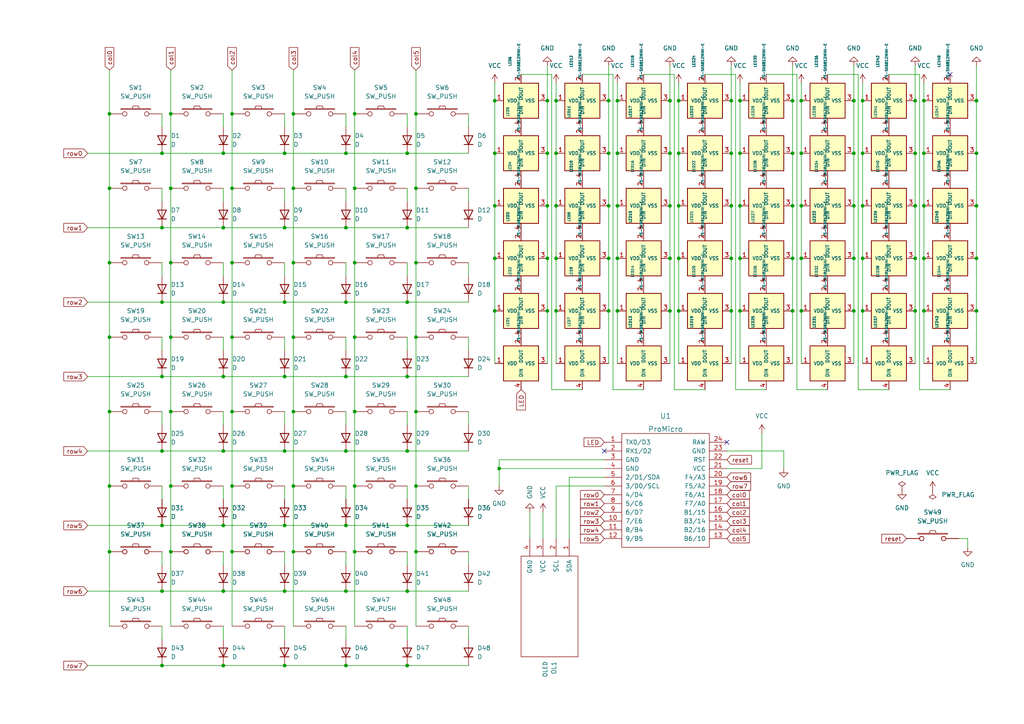
<source format=kicad_sch>
(kicad_sch (version 20211123) (generator eeschema)
  (paper "A4")
  (lib_symbols
    (symbol "Device:D" (pin_numbers hide) (pin_names (offset 1.016) hide)
      (property "Reference" "D" (at 0 2.54 0))
      (property "Value" "D" (at 0 -2.54 0))
      (symbol "D_1_1"
        (pin passive line (at -3.81 0 0) (length 2.54) (name "K") (number "1"))
        (pin passive line (at 3.81 0 180) (length 2.54) (name "A") (number "2"))
      )
    )
    (symbol "kbd:OLED" (pin_names (offset 1.016))
      (property "Reference" "OL" (at 0 2.54 0))
      (property "Value" "OLED" (at 0 -1.27 0))
      (symbol "OLED_1_1"
        (pin bidirectional line (at -19.05 6.35 0) (length 5.08) (name "SDA") (number "1"))
        (pin bidirectional line (at -19.05 2.54 0) (length 5.08) (name "SCL") (number "2"))
        (pin power_in line (at -19.05 -1.27 0) (length 5.08) (name "VCC") (number "3"))
        (pin power_in line (at -19.05 -5.08 0) (length 5.08) (name "GND") (number "4"))
      )
    )
    (symbol "kbd:ProMicro" (pin_names (offset 1.016))
      (property "Reference" "U" (at 0 19.05 0))
      (property "Value" "ProMicro" (at 0 -19.05 0))
      (symbol "ProMicro_1_1"
        (pin bidirectional line (at -17.78 13.97 0) (length 5.08) (name "TX0/D3") (number "1"))
        (pin bidirectional line (at -17.78 -8.89 0) (length 5.08) (name "7/E6") (number "10"))
        (pin bidirectional line (at -17.78 -11.43 0) (length 5.08) (name "8/B4") (number "11"))
        (pin bidirectional line (at -17.78 -13.97 0) (length 5.08) (name "9/B5") (number "12"))
        (pin bidirectional line (at 17.78 -13.97 180) (length 5.08) (name "B6/10") (number "13"))
        (pin bidirectional line (at 17.78 -11.43 180) (length 5.08) (name "B2/16") (number "14"))
        (pin bidirectional line (at 17.78 -8.89 180) (length 5.08) (name "B3/14") (number "15"))
        (pin bidirectional line (at 17.78 -6.35 180) (length 5.08) (name "B1/15") (number "16"))
        (pin bidirectional line (at 17.78 -3.81 180) (length 5.08) (name "F7/A0") (number "17"))
        (pin bidirectional line (at 17.78 -1.27 180) (length 5.08) (name "F6/A1") (number "18"))
        (pin bidirectional line (at 17.78 1.27 180) (length 5.08) (name "F5/A2") (number "19"))
        (pin bidirectional line (at -17.78 11.43 0) (length 5.08) (name "RX1/D2") (number "2"))
        (pin bidirectional line (at 17.78 3.81 180) (length 5.08) (name "F4/A3") (number "20"))
        (pin power_in line (at 17.78 6.35 180) (length 5.08) (name "VCC") (number "21"))
        (pin input line (at 17.78 8.89 180) (length 5.08) (name "RST") (number "22"))
        (pin power_in line (at 17.78 11.43 180) (length 5.08) (name "GND") (number "23"))
        (pin power_out line (at 17.78 13.97 180) (length 5.08) (name "RAW") (number "24"))
        (pin power_in line (at -17.78 8.89 0) (length 5.08) (name "GND") (number "3"))
        (pin power_in line (at -17.78 6.35 0) (length 5.08) (name "GND") (number "4"))
        (pin bidirectional line (at -17.78 3.81 0) (length 5.08) (name "2/D1/SDA") (number "5"))
        (pin bidirectional line (at -17.78 1.27 0) (length 5.08) (name "3/D0/SCL") (number "6"))
        (pin bidirectional line (at -17.78 -1.27 0) (length 5.08) (name "4/D4") (number "7"))
        (pin bidirectional line (at -17.78 -3.81 0) (length 5.08) (name "5/C6") (number "8"))
        (pin bidirectional line (at -17.78 -6.35 0) (length 5.08) (name "6/D7") (number "9"))
      )
    )
    (symbol "kbd:SW_PUSH" (pin_numbers hide) (pin_names (offset 1.016) hide)
      (property "Reference" "SW" (at 3.81 2.794 0))
      (property "Value" "SW_PUSH" (at 0 -2.032 0))
      (symbol "SW_PUSH_0_1"
        (pin passive inverted (at -7.62 0 0) (length 5.08) (name "1") (number "1"))
        (pin passive inverted (at 7.62 0 180) (length 5.08) (name "2") (number "2"))
      )
    )
    (symbol "kbd:YS-SK6812MINI-E" (pin_names (offset 1.016))
      (property "Reference" "LED" (at 2.54 -7.62 0))
      (property "Value" "YS-SK6812MINI-E" (at 6.35 -6.35 0))
      (symbol "YS-SK6812MINI-E_1_1"
        (pin power_in line (at 0 7.62 270) (length 2.54) (name "VDD") (number "1"))
        (pin output line (at 7.62 0 180) (length 2.54) (name "DOUT") (number "2"))
        (pin power_in line (at 0 -7.62 90) (length 2.54) (name "VSS") (number "3"))
        (pin input line (at -7.62 0 0) (length 2.54) (name "DIN") (number "4"))
      )
    )
    (symbol "power:GND" (power) (pin_names (offset 0))
      (property "Value" "GND" (at 0 -3.81 0))
      (symbol "GND_1_1"
        (pin power_in line (at 0 0 270) (length 0) hide (name "GND") (number "1"))
      )
    )
    (symbol "power:PWR_FLAG" (power) (pin_numbers hide) (pin_names (offset 0) hide)
      (property "Value" "PWR_FLAG" (at 0 3.81 0))
      (symbol "PWR_FLAG_0_0"
        (pin power_out line (at 0 0 90) (length 0) (name "pwr") (number "1"))
      )
    )
    (symbol "power:VCC" (power) (pin_names (offset 0))
      (property "Value" "VCC" (at 0 3.81 0))
      (symbol "VCC_1_1"
        (pin power_in line (at 0 0 90) (length 0) hide (name "VCC") (number "1"))
      )
    )
  )
  (junction (at 176.53 29.21))
  (junction (at 31.75 76.2))
  (junction (at 247.65 74.93))
  (junction (at 161.29 59.69))
  (junction (at 85.09 140.97))
  (junction (at 267.97 74.93))
  (junction (at 161.29 44.45))
  (junction (at 247.65 90.17))
  (junction (at 120.65 119.38))
  (junction (at 158.75 74.93))
  (junction (at 102.87 119.38))
  (junction (at 143.51 90.17))
  (junction (at 49.53 33.02))
  (junction (at 64.77 109.22))
  (junction (at 247.65 29.21))
  (junction (at 49.53 97.79))
  (junction (at 100.33 109.22))
  (junction (at 143.51 29.21))
  (junction (at 158.75 90.17))
  (junction (at 31.75 160.02))
  (junction (at 194.31 59.69))
  (junction (at 31.75 97.79))
  (junction (at 179.07 59.69))
  (junction (at 120.65 76.2))
  (junction (at 46.99 66.04))
  (junction (at 102.87 33.02))
  (junction (at 100.33 193.04))
  (junction (at 85.09 119.38))
  (junction (at 118.11 152.4))
  (junction (at 118.11 109.22))
  (junction (at 250.19 59.69))
  (junction (at 46.99 109.22))
  (junction (at 250.19 74.93))
  (junction (at 100.33 66.04))
  (junction (at 161.29 29.21))
  (junction (at 82.55 66.04))
  (junction (at 232.41 44.45))
  (junction (at 265.43 74.93))
  (junction (at 49.53 140.97))
  (junction (at 67.31 33.02))
  (junction (at 229.87 74.93))
  (junction (at 179.07 90.17))
  (junction (at 67.31 54.61))
  (junction (at 143.51 59.69))
  (junction (at 232.41 59.69))
  (junction (at 214.63 29.21))
  (junction (at 196.85 29.21))
  (junction (at 212.09 29.21))
  (junction (at 118.11 44.45))
  (junction (at 232.41 74.93))
  (junction (at 31.75 54.61))
  (junction (at 64.77 193.04))
  (junction (at 194.31 44.45))
  (junction (at 82.55 109.22))
  (junction (at 229.87 29.21))
  (junction (at 267.97 90.17))
  (junction (at 229.87 90.17))
  (junction (at 176.53 59.69))
  (junction (at 265.43 29.21))
  (junction (at 250.19 90.17))
  (junction (at 31.75 119.38))
  (junction (at 67.31 76.2))
  (junction (at 179.07 29.21))
  (junction (at 64.77 66.04))
  (junction (at 212.09 44.45))
  (junction (at 118.11 87.63))
  (junction (at 229.87 59.69))
  (junction (at 144.78 135.89))
  (junction (at 85.09 76.2))
  (junction (at 283.21 29.21))
  (junction (at 82.55 87.63))
  (junction (at 31.75 33.02))
  (junction (at 120.65 160.02))
  (junction (at 283.21 90.17))
  (junction (at 250.19 44.45))
  (junction (at 85.09 33.02))
  (junction (at 67.31 119.38))
  (junction (at 64.77 44.45))
  (junction (at 49.53 160.02))
  (junction (at 46.99 87.63))
  (junction (at 118.11 193.04))
  (junction (at 46.99 193.04))
  (junction (at 179.07 74.93))
  (junction (at 49.53 54.61))
  (junction (at 196.85 59.69))
  (junction (at 31.75 140.97))
  (junction (at 49.53 76.2))
  (junction (at 283.21 74.93))
  (junction (at 46.99 152.4))
  (junction (at 267.97 59.69))
  (junction (at 120.65 97.79))
  (junction (at 118.11 130.81))
  (junction (at 46.99 44.45))
  (junction (at 176.53 44.45))
  (junction (at 85.09 54.61))
  (junction (at 100.33 152.4))
  (junction (at 67.31 140.97))
  (junction (at 158.75 59.69))
  (junction (at 212.09 90.17))
  (junction (at 100.33 130.81))
  (junction (at 214.63 90.17))
  (junction (at 232.41 90.17))
  (junction (at 214.63 74.93))
  (junction (at 250.19 29.21))
  (junction (at 212.09 59.69))
  (junction (at 194.31 29.21))
  (junction (at 214.63 44.45))
  (junction (at 67.31 160.02))
  (junction (at 194.31 74.93))
  (junction (at 85.09 160.02))
  (junction (at 161.29 74.93))
  (junction (at 232.41 29.21))
  (junction (at 64.77 130.81))
  (junction (at 85.09 97.79))
  (junction (at 212.09 74.93))
  (junction (at 120.65 140.97))
  (junction (at 283.21 59.69))
  (junction (at 102.87 54.61))
  (junction (at 161.29 90.17))
  (junction (at 196.85 74.93))
  (junction (at 265.43 90.17))
  (junction (at 179.07 44.45))
  (junction (at 82.55 130.81))
  (junction (at 176.53 90.17))
  (junction (at 120.65 54.61))
  (junction (at 82.55 171.45))
  (junction (at 176.53 74.93))
  (junction (at 158.75 29.21))
  (junction (at 64.77 87.63))
  (junction (at 64.77 171.45))
  (junction (at 102.87 97.79))
  (junction (at 265.43 44.45))
  (junction (at 46.99 130.81))
  (junction (at 64.77 152.4))
  (junction (at 82.55 44.45))
  (junction (at 102.87 76.2))
  (junction (at 82.55 152.4))
  (junction (at 194.31 90.17))
  (junction (at 196.85 90.17))
  (junction (at 143.51 74.93))
  (junction (at 100.33 87.63))
  (junction (at 267.97 44.45))
  (junction (at 118.11 171.45))
  (junction (at 118.11 66.04))
  (junction (at 214.63 59.69))
  (junction (at 143.51 44.45))
  (junction (at 102.87 160.02))
  (junction (at 102.87 140.97))
  (junction (at 229.87 44.45))
  (junction (at 49.53 119.38))
  (junction (at 158.75 44.45))
  (junction (at 267.97 29.21))
  (junction (at 283.21 44.45))
  (junction (at 100.33 171.45))
  (junction (at 196.85 44.45))
  (junction (at 67.31 97.79))
  (junction (at 247.65 44.45))
  (junction (at 82.55 193.04))
  (junction (at 46.99 171.45))
  (junction (at 247.65 59.69))
  (junction (at 120.65 33.02))
  (junction (at 100.33 44.45))
  (junction (at 265.43 59.69))
  (no_connect (at 275.59 21.59))
  (no_connect (at 175.26 130.81))
  (no_connect (at 210.82 128.27))
  (wire (pts (xy 100.33 140.97) (xy 100.33 144.78)))
  (wire (pts (xy 283.21 29.21) (xy 283.21 44.45)))
  (wire (pts (xy 85.09 97.79) (xy 85.09 119.38)))
  (wire (pts (xy 49.53 20.32) (xy 49.53 33.02)))
  (wire (pts (xy 232.41 74.93) (xy 232.41 90.17)))
  (wire (pts (xy 214.63 29.21) (xy 214.63 44.45)))
  (wire (pts (xy 100.33 76.2) (xy 100.33 80.01)))
  (wire (pts (xy 120.65 20.32) (xy 120.65 33.02)))
  (wire (pts (xy 247.65 29.21) (xy 247.65 44.45)))
  (wire (pts (xy 196.85 74.93) (xy 196.85 90.17)))
  (wire (pts (xy 67.31 97.79) (xy 67.31 119.38)))
  (wire (pts (xy 179.07 29.21) (xy 179.07 44.45)))
  (wire (pts (xy 161.29 44.45) (xy 161.29 59.69)))
  (wire (pts (xy 46.99 193.04) (xy 64.77 193.04)))
  (wire (pts (xy 176.53 74.93) (xy 176.53 90.17)))
  (wire (pts (xy 177.8 113.03) (xy 186.69 113.03)))
  (wire (pts (xy 212.09 44.45) (xy 212.09 59.69)))
  (wire (pts (xy 214.63 90.17) (xy 214.63 105.41)))
  (wire (pts (xy 46.99 54.61) (xy 46.99 58.42)))
  (wire (pts (xy 214.63 24.13) (xy 214.63 29.21)))
  (wire (pts (xy 213.36 21.59) (xy 213.36 113.03)))
  (wire (pts (xy 151.13 21.59) (xy 160.02 21.59)))
  (wire (pts (xy 283.21 59.69) (xy 283.21 74.93)))
  (wire (pts (xy 85.09 160.02) (xy 85.09 181.61)))
  (wire (pts (xy 118.11 87.63) (xy 135.89 87.63)))
  (wire (pts (xy 161.29 29.21) (xy 161.29 44.45)))
  (wire (pts (xy 82.55 140.97) (xy 82.55 144.78)))
  (wire (pts (xy 227.33 130.81) (xy 227.33 135.89)))
  (wire (pts (xy 100.33 54.61) (xy 100.33 58.42)))
  (wire (pts (xy 135.89 181.61) (xy 135.89 185.42)))
  (wire (pts (xy 82.55 87.63) (xy 100.33 87.63)))
  (wire (pts (xy 100.33 33.02) (xy 100.33 36.83)))
  (wire (pts (xy 102.87 76.2) (xy 102.87 97.79)))
  (wire (pts (xy 143.51 90.17) (xy 143.51 105.41)))
  (wire (pts (xy 250.19 29.21) (xy 250.19 44.45)))
  (wire (pts (xy 165.1 138.43) (xy 175.26 138.43)))
  (wire (pts (xy 250.19 74.93) (xy 250.19 90.17)))
  (wire (pts (xy 144.78 135.89) (xy 175.26 135.89)))
  (wire (pts (xy 135.89 119.38) (xy 135.89 123.19)))
  (wire (pts (xy 135.89 76.2) (xy 135.89 80.01)))
  (wire (pts (xy 194.31 29.21) (xy 194.31 44.45)))
  (wire (pts (xy 176.53 29.21) (xy 176.53 44.45)))
  (wire (pts (xy 85.09 54.61) (xy 85.09 76.2)))
  (wire (pts (xy 265.43 74.93) (xy 265.43 90.17)))
  (wire (pts (xy 267.97 29.21) (xy 267.97 44.45)))
  (wire (pts (xy 118.11 193.04) (xy 135.89 193.04)))
  (wire (pts (xy 100.33 119.38) (xy 100.33 123.19)))
  (wire (pts (xy 25.4 44.45) (xy 46.99 44.45)))
  (wire (pts (xy 82.55 152.4) (xy 100.33 152.4)))
  (wire (pts (xy 46.99 181.61) (xy 46.99 185.42)))
  (wire (pts (xy 100.33 44.45) (xy 118.11 44.45)))
  (wire (pts (xy 118.11 97.79) (xy 118.11 101.6)))
  (wire (pts (xy 214.63 44.45) (xy 214.63 59.69)))
  (wire (pts (xy 283.21 90.17) (xy 283.21 105.41)))
  (wire (pts (xy 195.58 113.03) (xy 204.47 113.03)))
  (wire (pts (xy 100.33 87.63) (xy 118.11 87.63)))
  (wire (pts (xy 158.75 59.69) (xy 158.75 74.93)))
  (wire (pts (xy 266.7 21.59) (xy 266.7 113.03)))
  (wire (pts (xy 25.4 87.63) (xy 46.99 87.63)))
  (wire (pts (xy 102.87 160.02) (xy 102.87 181.61)))
  (wire (pts (xy 196.85 24.13) (xy 196.85 29.21)))
  (wire (pts (xy 49.53 119.38) (xy 49.53 140.97)))
  (wire (pts (xy 49.53 76.2) (xy 49.53 97.79)))
  (wire (pts (xy 49.53 33.02) (xy 49.53 54.61)))
  (wire (pts (xy 82.55 109.22) (xy 100.33 109.22)))
  (wire (pts (xy 82.55 76.2) (xy 82.55 80.01)))
  (wire (pts (xy 135.89 140.97) (xy 135.89 144.78)))
  (wire (pts (xy 31.75 97.79) (xy 31.75 119.38)))
  (wire (pts (xy 25.4 130.81) (xy 46.99 130.81)))
  (wire (pts (xy 196.85 90.17) (xy 196.85 105.41)))
  (wire (pts (xy 267.97 90.17) (xy 267.97 105.41)))
  (wire (pts (xy 118.11 66.04) (xy 135.89 66.04)))
  (wire (pts (xy 67.31 76.2) (xy 67.31 97.79)))
  (wire (pts (xy 232.41 29.21) (xy 232.41 44.45)))
  (wire (pts (xy 214.63 74.93) (xy 214.63 90.17)))
  (wire (pts (xy 67.31 160.02) (xy 67.31 181.61)))
  (wire (pts (xy 196.85 59.69) (xy 196.85 74.93)))
  (wire (pts (xy 135.89 97.79) (xy 135.89 101.6)))
  (wire (pts (xy 196.85 29.21) (xy 196.85 44.45)))
  (wire (pts (xy 64.77 87.63) (xy 82.55 87.63)))
  (wire (pts (xy 158.75 44.45) (xy 158.75 59.69)))
  (wire (pts (xy 118.11 152.4) (xy 135.89 152.4)))
  (wire (pts (xy 179.07 90.17) (xy 179.07 105.41)))
  (wire (pts (xy 179.07 24.13) (xy 179.07 29.21)))
  (wire (pts (xy 118.11 119.38) (xy 118.11 123.19)))
  (wire (pts (xy 31.75 33.02) (xy 31.75 54.61)))
  (wire (pts (xy 278.13 156.21) (xy 280.67 156.21)))
  (wire (pts (xy 240.03 21.59) (xy 248.92 21.59)))
  (wire (pts (xy 168.91 21.59) (xy 177.8 21.59)))
  (wire (pts (xy 102.87 119.38) (xy 102.87 140.97)))
  (wire (pts (xy 46.99 44.45) (xy 64.77 44.45)))
  (wire (pts (xy 82.55 160.02) (xy 82.55 163.83)))
  (wire (pts (xy 160.02 21.59) (xy 160.02 113.03)))
  (wire (pts (xy 283.21 19.05) (xy 283.21 29.21)))
  (wire (pts (xy 157.48 148.59) (xy 157.48 156.21)))
  (wire (pts (xy 179.07 44.45) (xy 179.07 59.69)))
  (wire (pts (xy 120.65 160.02) (xy 120.65 181.61)))
  (wire (pts (xy 229.87 59.69) (xy 229.87 74.93)))
  (wire (pts (xy 100.33 171.45) (xy 118.11 171.45)))
  (wire (pts (xy 280.67 156.21) (xy 280.67 158.75)))
  (wire (pts (xy 100.33 181.61) (xy 100.33 185.42)))
  (wire (pts (xy 179.07 59.69) (xy 179.07 74.93)))
  (wire (pts (xy 250.19 90.17) (xy 250.19 105.41)))
  (wire (pts (xy 85.09 140.97) (xy 85.09 160.02)))
  (wire (pts (xy 120.65 76.2) (xy 120.65 97.79)))
  (wire (pts (xy 82.55 97.79) (xy 82.55 101.6)))
  (wire (pts (xy 204.47 21.59) (xy 213.36 21.59)))
  (wire (pts (xy 67.31 54.61) (xy 67.31 76.2)))
  (wire (pts (xy 64.77 54.61) (xy 64.77 58.42)))
  (wire (pts (xy 82.55 54.61) (xy 82.55 58.42)))
  (wire (pts (xy 118.11 44.45) (xy 135.89 44.45)))
  (wire (pts (xy 67.31 33.02) (xy 67.31 54.61)))
  (wire (pts (xy 64.77 33.02) (xy 64.77 36.83)))
  (wire (pts (xy 161.29 24.13) (xy 161.29 29.21)))
  (wire (pts (xy 49.53 97.79) (xy 49.53 119.38)))
  (wire (pts (xy 102.87 140.97) (xy 102.87 160.02)))
  (wire (pts (xy 283.21 44.45) (xy 283.21 59.69)))
  (wire (pts (xy 212.09 90.17) (xy 212.09 105.41)))
  (wire (pts (xy 214.63 59.69) (xy 214.63 74.93)))
  (wire (pts (xy 165.1 138.43) (xy 165.1 156.21)))
  (wire (pts (xy 82.55 66.04) (xy 100.33 66.04)))
  (wire (pts (xy 85.09 20.32) (xy 85.09 33.02)))
  (wire (pts (xy 212.09 74.93) (xy 212.09 90.17)))
  (wire (pts (xy 120.65 119.38) (xy 120.65 140.97)))
  (wire (pts (xy 195.58 21.59) (xy 195.58 113.03)))
  (wire (pts (xy 194.31 74.93) (xy 194.31 90.17)))
  (wire (pts (xy 118.11 33.02) (xy 118.11 36.83)))
  (wire (pts (xy 49.53 160.02) (xy 49.53 181.61)))
  (wire (pts (xy 194.31 90.17) (xy 194.31 105.41)))
  (wire (pts (xy 64.77 181.61) (xy 64.77 185.42)))
  (wire (pts (xy 49.53 54.61) (xy 49.53 76.2)))
  (wire (pts (xy 100.33 66.04) (xy 118.11 66.04)))
  (wire (pts (xy 143.51 44.45) (xy 143.51 59.69)))
  (wire (pts (xy 232.41 24.13) (xy 232.41 29.21)))
  (wire (pts (xy 46.99 109.22) (xy 64.77 109.22)))
  (wire (pts (xy 231.14 113.03) (xy 240.03 113.03)))
  (wire (pts (xy 102.87 20.32) (xy 102.87 33.02)))
  (wire (pts (xy 82.55 193.04) (xy 100.33 193.04)))
  (wire (pts (xy 64.77 193.04) (xy 82.55 193.04)))
  (wire (pts (xy 158.75 74.93) (xy 158.75 90.17)))
  (wire (pts (xy 158.75 90.17) (xy 158.75 105.41)))
  (wire (pts (xy 118.11 76.2) (xy 118.11 80.01)))
  (wire (pts (xy 265.43 44.45) (xy 265.43 59.69)))
  (wire (pts (xy 143.51 29.21) (xy 143.51 44.45)))
  (wire (pts (xy 176.53 19.05) (xy 176.53 29.21)))
  (wire (pts (xy 82.55 130.81) (xy 100.33 130.81)))
  (wire (pts (xy 64.77 152.4) (xy 82.55 152.4)))
  (wire (pts (xy 100.33 109.22) (xy 118.11 109.22)))
  (wire (pts (xy 100.33 97.79) (xy 100.33 101.6)))
  (wire (pts (xy 229.87 19.05) (xy 229.87 29.21)))
  (wire (pts (xy 64.77 97.79) (xy 64.77 101.6)))
  (wire (pts (xy 31.75 140.97) (xy 31.75 160.02)))
  (wire (pts (xy 102.87 54.61) (xy 102.87 76.2)))
  (wire (pts (xy 144.78 133.35) (xy 144.78 135.89)))
  (wire (pts (xy 31.75 54.61) (xy 31.75 76.2)))
  (wire (pts (xy 64.77 171.45) (xy 82.55 171.45)))
  (wire (pts (xy 67.31 20.32) (xy 67.31 33.02)))
  (wire (pts (xy 176.53 44.45) (xy 176.53 59.69)))
  (wire (pts (xy 82.55 181.61) (xy 82.55 185.42)))
  (wire (pts (xy 247.65 90.17) (xy 247.65 105.41)))
  (wire (pts (xy 194.31 59.69) (xy 194.31 74.93)))
  (wire (pts (xy 194.31 19.05) (xy 194.31 29.21)))
  (wire (pts (xy 67.31 140.97) (xy 67.31 160.02)))
  (wire (pts (xy 177.8 21.59) (xy 177.8 113.03)))
  (wire (pts (xy 267.97 74.93) (xy 267.97 90.17)))
  (wire (pts (xy 232.41 44.45) (xy 232.41 59.69)))
  (wire (pts (xy 161.29 90.17) (xy 161.29 105.41)))
  (wire (pts (xy 194.31 44.45) (xy 194.31 59.69)))
  (wire (pts (xy 250.19 44.45) (xy 250.19 59.69)))
  (wire (pts (xy 257.81 21.59) (xy 266.7 21.59)))
  (wire (pts (xy 46.99 76.2) (xy 46.99 80.01)))
  (wire (pts (xy 100.33 130.81) (xy 118.11 130.81)))
  (wire (pts (xy 64.77 160.02) (xy 64.77 163.83)))
  (wire (pts (xy 247.65 19.05) (xy 247.65 29.21)))
  (wire (pts (xy 118.11 54.61) (xy 118.11 58.42)))
  (wire (pts (xy 82.55 119.38) (xy 82.55 123.19)))
  (wire (pts (xy 118.11 181.61) (xy 118.11 185.42)))
  (wire (pts (xy 120.65 140.97) (xy 120.65 160.02)))
  (wire (pts (xy 135.89 33.02) (xy 135.89 36.83)))
  (wire (pts (xy 67.31 119.38) (xy 67.31 140.97)))
  (wire (pts (xy 212.09 29.21) (xy 212.09 44.45)))
  (wire (pts (xy 265.43 90.17) (xy 265.43 105.41)))
  (wire (pts (xy 153.67 148.59) (xy 153.67 156.21)))
  (wire (pts (xy 120.65 33.02) (xy 120.65 54.61)))
  (wire (pts (xy 247.65 44.45) (xy 247.65 59.69)))
  (wire (pts (xy 210.82 130.81) (xy 227.33 130.81)))
  (wire (pts (xy 46.99 140.97) (xy 46.99 144.78)))
  (wire (pts (xy 222.25 21.59) (xy 231.14 21.59)))
  (wire (pts (xy 248.92 21.59) (xy 248.92 113.03)))
  (wire (pts (xy 158.75 29.21) (xy 158.75 44.45)))
  (wire (pts (xy 120.65 54.61) (xy 120.65 76.2)))
  (wire (pts (xy 196.85 44.45) (xy 196.85 59.69)))
  (wire (pts (xy 64.77 140.97) (xy 64.77 144.78)))
  (wire (pts (xy 46.99 160.02) (xy 46.99 163.83)))
  (wire (pts (xy 179.07 74.93) (xy 179.07 90.17)))
  (wire (pts (xy 247.65 74.93) (xy 247.65 90.17)))
  (wire (pts (xy 31.75 160.02) (xy 31.75 181.61)))
  (wire (pts (xy 46.99 152.4) (xy 64.77 152.4)))
  (wire (pts (xy 25.4 66.04) (xy 46.99 66.04)))
  (wire (pts (xy 102.87 33.02) (xy 102.87 54.61)))
  (wire (pts (xy 100.33 160.02) (xy 100.33 163.83)))
  (wire (pts (xy 212.09 19.05) (xy 212.09 29.21)))
  (wire (pts (xy 46.99 87.63) (xy 64.77 87.63)))
  (wire (pts (xy 118.11 140.97) (xy 118.11 144.78)))
  (wire (pts (xy 212.09 59.69) (xy 212.09 74.93)))
  (wire (pts (xy 232.41 90.17) (xy 232.41 105.41)))
  (wire (pts (xy 118.11 160.02) (xy 118.11 163.83)))
  (wire (pts (xy 144.78 135.89) (xy 144.78 140.97)))
  (wire (pts (xy 64.77 76.2) (xy 64.77 80.01)))
  (wire (pts (xy 283.21 74.93) (xy 283.21 90.17)))
  (wire (pts (xy 143.51 74.93) (xy 143.51 90.17)))
  (wire (pts (xy 46.99 130.81) (xy 64.77 130.81)))
  (wire (pts (xy 175.26 140.97) (xy 161.29 140.97)))
  (wire (pts (xy 85.09 119.38) (xy 85.09 140.97)))
  (wire (pts (xy 265.43 19.05) (xy 265.43 29.21)))
  (wire (pts (xy 64.77 130.81) (xy 82.55 130.81)))
  (wire (pts (xy 46.99 97.79) (xy 46.99 101.6)))
  (wire (pts (xy 118.11 171.45) (xy 135.89 171.45)))
  (wire (pts (xy 135.89 54.61) (xy 135.89 58.42)))
  (wire (pts (xy 210.82 135.89) (xy 220.98 135.89)))
  (wire (pts (xy 64.77 119.38) (xy 64.77 123.19)))
  (wire (pts (xy 46.99 66.04) (xy 64.77 66.04)))
  (wire (pts (xy 250.19 59.69) (xy 250.19 74.93)))
  (wire (pts (xy 161.29 140.97) (xy 161.29 156.21)))
  (wire (pts (xy 213.36 113.03) (xy 222.25 113.03)))
  (wire (pts (xy 49.53 140.97) (xy 49.53 160.02)))
  (wire (pts (xy 135.89 160.02) (xy 135.89 163.83)))
  (wire (pts (xy 267.97 59.69) (xy 267.97 74.93)))
  (wire (pts (xy 144.78 133.35) (xy 175.26 133.35)))
  (wire (pts (xy 25.4 193.04) (xy 46.99 193.04)))
  (wire (pts (xy 25.4 171.45) (xy 46.99 171.45)))
  (wire (pts (xy 176.53 90.17) (xy 176.53 105.41)))
  (wire (pts (xy 250.19 24.13) (xy 250.19 29.21)))
  (wire (pts (xy 176.53 59.69) (xy 176.53 74.93)))
  (wire (pts (xy 265.43 59.69) (xy 265.43 74.93)))
  (wire (pts (xy 220.98 125.73) (xy 220.98 135.89)))
  (wire (pts (xy 46.99 171.45) (xy 64.77 171.45)))
  (wire (pts (xy 232.41 59.69) (xy 232.41 74.93)))
  (wire (pts (xy 229.87 74.93) (xy 229.87 90.17)))
  (wire (pts (xy 118.11 130.81) (xy 135.89 130.81)))
  (wire (pts (xy 82.55 44.45) (xy 100.33 44.45)))
  (wire (pts (xy 31.75 20.32) (xy 31.75 33.02)))
  (wire (pts (xy 82.55 33.02) (xy 82.55 36.83)))
  (wire (pts (xy 64.77 66.04) (xy 82.55 66.04)))
  (wire (pts (xy 267.97 44.45) (xy 267.97 59.69)))
  (wire (pts (xy 186.69 21.59) (xy 195.58 21.59)))
  (wire (pts (xy 265.43 29.21) (xy 265.43 44.45)))
  (wire (pts (xy 267.97 24.13) (xy 267.97 29.21)))
  (wire (pts (xy 64.77 44.45) (xy 82.55 44.45)))
  (wire (pts (xy 64.77 109.22) (xy 82.55 109.22)))
  (wire (pts (xy 85.09 76.2) (xy 85.09 97.79)))
  (wire (pts (xy 248.92 113.03) (xy 257.81 113.03)))
  (wire (pts (xy 31.75 119.38) (xy 31.75 140.97)))
  (wire (pts (xy 100.33 152.4) (xy 118.11 152.4)))
  (wire (pts (xy 161.29 74.93) (xy 161.29 90.17)))
  (wire (pts (xy 266.7 113.03) (xy 275.59 113.03)))
  (wire (pts (xy 143.51 24.13) (xy 143.51 29.21)))
  (wire (pts (xy 143.51 59.69) (xy 143.51 74.93)))
  (wire (pts (xy 158.75 19.05) (xy 158.75 29.21)))
  (wire (pts (xy 229.87 29.21) (xy 229.87 44.45)))
  (wire (pts (xy 247.65 59.69) (xy 247.65 74.93)))
  (wire (pts (xy 46.99 119.38) (xy 46.99 123.19)))
  (wire (pts (xy 102.87 97.79) (xy 102.87 119.38)))
  (wire (pts (xy 31.75 76.2) (xy 31.75 97.79)))
  (wire (pts (xy 82.55 171.45) (xy 100.33 171.45)))
  (wire (pts (xy 161.29 59.69) (xy 161.29 74.93)))
  (wire (pts (xy 25.4 152.4) (xy 46.99 152.4)))
  (wire (pts (xy 25.4 109.22) (xy 46.99 109.22)))
  (wire (pts (xy 120.65 97.79) (xy 120.65 119.38)))
  (wire (pts (xy 160.02 113.03) (xy 168.91 113.03)))
  (wire (pts (xy 85.09 33.02) (xy 85.09 54.61)))
  (wire (pts (xy 100.33 193.04) (xy 118.11 193.04)))
  (wire (pts (xy 118.11 109.22) (xy 135.89 109.22)))
  (wire (pts (xy 46.99 33.02) (xy 46.99 36.83)))
  (wire (pts (xy 229.87 44.45) (xy 229.87 59.69)))
  (wire (pts (xy 229.87 90.17) (xy 229.87 105.41)))
  (wire (pts (xy 231.14 21.59) (xy 231.14 113.03)))
  (global_label "row4" (shape input) (at 175.26 153.67 180) (property "Intersheet References" "${INTERSHEET_REFS}" (effects hide)))
  (global_label "col0" (shape input) (at 210.82 143.51 0) (property "Intersheet References" "${INTERSHEET_REFS}" (effects hide)))
  (global_label "row6" (shape input) (at 210.82 138.43 0) (property "Intersheet References" "${INTERSHEET_REFS}" (effects hide)))
  (global_label "col1" (shape input) (at 210.82 146.05 0) (property "Intersheet References" "${INTERSHEET_REFS}" (effects hide)))
  (global_label "LED" (shape input) (at 151.13 113.03 270) (property "Intersheet References" "${INTERSHEET_REFS}" (effects hide)))
  (global_label "col3" (shape input) (at 210.82 151.13 0) (property "Intersheet References" "${INTERSHEET_REFS}" (effects hide)))
  (global_label "col5" (shape input) (at 210.82 156.21 0) (property "Intersheet References" "${INTERSHEET_REFS}" (effects hide)))
  (global_label "row1" (shape input) (at 25.4 66.04 180) (property "Intersheet References" "${INTERSHEET_REFS}" (effects hide)))
  (global_label "reset" (shape input) (at 262.89 156.21 180) (property "Intersheet References" "${INTERSHEET_REFS}" (effects hide)))
  (global_label "col2" (shape input) (at 210.82 148.59 0) (property "Intersheet References" "${INTERSHEET_REFS}" (effects hide)))
  (global_label "row6" (shape input) (at 25.4 171.45 180) (property "Intersheet References" "${INTERSHEET_REFS}" (effects hide)))
  (global_label "reset" (shape input) (at 210.82 133.35 0) (property "Intersheet References" "${INTERSHEET_REFS}" (effects hide)))
  (global_label "row7" (shape input) (at 210.82 140.97 0) (property "Intersheet References" "${INTERSHEET_REFS}" (effects hide)))
  (global_label "LED" (shape input) (at 175.26 128.27 180) (property "Intersheet References" "${INTERSHEET_REFS}" (effects hide)))
  (global_label "row5" (shape input) (at 175.26 156.21 180) (property "Intersheet References" "${INTERSHEET_REFS}" (effects hide)))
  (global_label "row2" (shape input) (at 175.26 148.59 180) (property "Intersheet References" "${INTERSHEET_REFS}" (effects hide)))
  (global_label "row7" (shape input) (at 25.4 193.04 180) (property "Intersheet References" "${INTERSHEET_REFS}" (effects hide)))
  (global_label "row1" (shape input) (at 175.26 146.05 180) (property "Intersheet References" "${INTERSHEET_REFS}" (effects hide)))
  (global_label "col2" (shape input) (at 67.31 20.32 90) (property "Intersheet References" "${INTERSHEET_REFS}" (effects hide)))
  (global_label "row4" (shape input) (at 25.4 130.81 180) (property "Intersheet References" "${INTERSHEET_REFS}" (effects hide)))
  (global_label "col0" (shape input) (at 31.75 20.32 90) (property "Intersheet References" "${INTERSHEET_REFS}" (effects hide)))
  (global_label "row5" (shape input) (at 25.4 152.4 180) (property "Intersheet References" "${INTERSHEET_REFS}" (effects hide)))
  (global_label "col4" (shape input) (at 102.87 20.32 90) (property "Intersheet References" "${INTERSHEET_REFS}" (effects hide)))
  (global_label "row3" (shape input) (at 175.26 151.13 180) (property "Intersheet References" "${INTERSHEET_REFS}" (effects hide)))
  (global_label "col4" (shape input) (at 210.82 153.67 0) (property "Intersheet References" "${INTERSHEET_REFS}" (effects hide)))
  (global_label "row0" (shape input) (at 175.26 143.51 180) (property "Intersheet References" "${INTERSHEET_REFS}" (effects hide)))
  (global_label "row3" (shape input) (at 25.4 109.22 180) (property "Intersheet References" "${INTERSHEET_REFS}" (effects hide)))
  (global_label "row2" (shape input) (at 25.4 87.63 180) (property "Intersheet References" "${INTERSHEET_REFS}" (effects hide)))
  (global_label "col5" (shape input) (at 120.65 20.32 90) (property "Intersheet References" "${INTERSHEET_REFS}" (effects hide)))
  (global_label "row0" (shape input) (at 25.4 44.45 180) (property "Intersheet References" "${INTERSHEET_REFS}" (effects hide)))
  (global_label "col3" (shape input) (at 85.09 20.32 90) (property "Intersheet References" "${INTERSHEET_REFS}" (effects hide)))
  (global_label "col1" (shape input) (at 49.53 20.32 90) (property "Intersheet References" "${INTERSHEET_REFS}" (effects hide)))
  (symbol (lib_id "kbd:YS-SK6812MINI-E") (at 151.13 29.21 90) (unit 1)
    (property "Reference" "LED6" (at 147.9156 17.78 0) (effects (font (size 0.7366 0.7366))))
    (property "Value" "YS-SK6812MINI-E" (at 150.4556 17.78 0) (effects (font (size 0.7366 0.7366))))
    (property "Footprint" "Keebio-Parts:SK6812-MINI-E" (effects hide))
  )
  (symbol (lib_id "Device:D") (at 46.99 105.41 90) (unit 1)
    (property "Reference" "D19" (at 49.53 104.1399 90) (effects (justify right)))
    (property "Value" "D" (at 49.53 106.6799 90) (effects (justify right)))
    (property "Footprint" "kbd_Parts:Diode_SMD" (effects hide))
  )
  (symbol (lib_id "kbd:ProMicro") (at 193.04 142.24 0) (unit 1)
    (property "Reference" "U1" (at 193.04 120.65 0) (effects (font (size 1.524 1.524))))
    (property "Value" "ProMicro" (at 193.04 124.46 0) (effects (font (size 1.524 1.524))))
    (property "Footprint" "kbd:ProMicro_v2_1side" (effects hide))
  )
  (symbol (lib_id "kbd:SW_PUSH") (at 39.37 97.79 0) (unit 1)
    (property "Reference" "SW19" (at 39.37 90.17 0))
    (property "Value" "SW_PUSH" (at 39.37 92.71 0))
    (property "Footprint" "kbd_SW:Choc_Hotswap_1u_Small1_rev2" (effects hide))
  )
  (symbol (lib_id "kbd:SW_PUSH") (at 110.49 76.2 0) (unit 1)
    (property "Reference" "SW17" (at 110.49 68.58 0))
    (property "Value" "SW_PUSH" (at 110.49 71.12 0))
    (property "Footprint" "kbd_SW:Choc_Hotswap_1u_Small1_rev2" (effects hide))
  )
  (symbol (lib_id "kbd:SW_PUSH") (at 74.93 181.61 0) (unit 1)
    (property "Reference" "SW45" (at 74.93 173.99 0))
    (property "Value" "SW_PUSH" (at 74.93 176.53 0))
    (property "Footprint" "kbd_SW:Choc_Hotswap_2u_Stab_rev2" (effects hide))
  )
  (symbol (lib_id "Device:D") (at 100.33 105.41 90) (unit 1)
    (property "Reference" "D22" (at 102.87 104.1399 90) (effects (justify right)))
    (property "Value" "D" (at 102.87 106.6799 90) (effects (justify right)))
    (property "Footprint" "kbd_Parts:Diode_SMD" (effects hide))
  )
  (symbol (lib_id "kbd:YS-SK6812MINI-E") (at 257.81 59.69 90) (unit 1)
    (property "Reference" "LED40" (at 254.5956 48.26 0) (effects (font (size 0.7366 0.7366))))
    (property "Value" "YS-SK6812MINI-E" (at 257.1356 48.26 0) (effects (font (size 0.7366 0.7366))))
    (property "Footprint" "Keebio-Parts:SK6812-MINI-E" (effects hide))
  )
  (symbol (lib_id "power:GND") (at 283.21 19.05 180) (unit 1)
    (property "Reference" "#PWR024" (effects hide))
    (property "Value" "GND" (at 283.21 13.97 0))
  )
  (symbol (lib_id "kbd:YS-SK6812MINI-E") (at 168.91 59.69 90) (unit 1)
    (property "Reference" "LED10" (at 165.6956 48.26 0) (effects (font (size 0.7366 0.7366))))
    (property "Value" "YS-SK6812MINI-E" (at 168.2356 48.26 0) (effects (font (size 0.7366 0.7366))))
    (property "Footprint" "Keebio-Parts:SK6812-MINI-E" (effects hide))
  )
  (symbol (lib_id "kbd:YS-SK6812MINI-E") (at 240.03 59.69 90) (unit 1)
    (property "Reference" "LED34" (at 236.8156 48.26 0) (effects (font (size 0.7366 0.7366))))
    (property "Value" "YS-SK6812MINI-E" (at 239.3556 48.26 0) (effects (font (size 0.7366 0.7366))))
    (property "Footprint" "Keebio-Parts:SK6812-MINI-E" (effects hide))
  )
  (symbol (lib_id "kbd:YS-SK6812MINI-E") (at 186.69 59.69 90) (unit 1)
    (property "Reference" "LED16" (at 183.4756 48.26 0) (effects (font (size 0.7366 0.7366))))
    (property "Value" "YS-SK6812MINI-E" (at 186.0156 48.26 0) (effects (font (size 0.7366 0.7366))))
    (property "Footprint" "Keebio-Parts:SK6812-MINI-E" (effects hide))
  )
  (symbol (lib_id "kbd:SW_PUSH") (at 74.93 33.02 0) (unit 1)
    (property "Reference" "SW3" (at 74.93 25.4 0))
    (property "Value" "SW_PUSH" (at 74.93 27.94 0))
    (property "Footprint" "kbd_SW:Choc_Hotswap_1u_Small1_rev2" (effects hide))
  )
  (symbol (lib_id "kbd:SW_PUSH") (at 92.71 54.61 0) (unit 1)
    (property "Reference" "SW10" (at 92.71 46.99 0))
    (property "Value" "SW_PUSH" (at 92.71 49.53 0))
    (property "Footprint" "kbd_SW:Choc_Hotswap_1u_Small1_rev2" (effects hide))
  )
  (symbol (lib_id "Device:D") (at 100.33 62.23 90) (unit 1)
    (property "Reference" "D10" (at 102.87 60.9599 90) (effects (justify right)))
    (property "Value" "D" (at 102.87 63.4999 90) (effects (justify right)))
    (property "Footprint" "kbd_Parts:Diode_SMD" (effects hide))
  )
  (symbol (lib_id "kbd:YS-SK6812MINI-E") (at 240.03 29.21 90) (unit 1)
    (property "Reference" "LED36" (at 236.8156 17.78 0) (effects (font (size 0.7366 0.7366))))
    (property "Value" "YS-SK6812MINI-E" (at 239.3556 17.78 0) (effects (font (size 0.7366 0.7366))))
    (property "Footprint" "Keebio-Parts:SK6812-MINI-E" (effects hide))
  )
  (symbol (lib_id "kbd:SW_PUSH") (at 92.71 97.79 0) (unit 1)
    (property "Reference" "SW22" (at 92.71 90.17 0))
    (property "Value" "SW_PUSH" (at 92.71 92.71 0))
    (property "Footprint" "kbd_SW:Choc_Hotswap_1u_Small1_rev2" (effects hide))
  )
  (symbol (lib_id "power:GND") (at 176.53 19.05 180) (unit 1)
    (property "Reference" "#PWR07" (effects hide))
    (property "Value" "GND" (at 176.53 13.97 0))
  )
  (symbol (lib_id "kbd:YS-SK6812MINI-E") (at 168.91 90.17 90) (unit 1)
    (property "Reference" "LED8" (at 165.6956 78.74 0) (effects (font (size 0.7366 0.7366))))
    (property "Value" "YS-SK6812MINI-E" (at 168.2356 78.74 0) (effects (font (size 0.7366 0.7366))))
    (property "Footprint" "Keebio-Parts:SK6812-MINI-E" (effects hide))
  )
  (symbol (lib_id "kbd:SW_PUSH") (at 110.49 140.97 0) (unit 1)
    (property "Reference" "SW35" (at 110.49 133.35 0))
    (property "Value" "SW_PUSH" (at 110.49 135.89 0))
    (property "Footprint" "kbd_SW:Choc_Hotswap_1u_Small1_rev2" (effects hide))
  )
  (symbol (lib_id "kbd:YS-SK6812MINI-E") (at 222.25 29.21 90) (unit 1)
    (property "Reference" "LED30" (at 219.0356 17.78 0) (effects (font (size 0.7366 0.7366))))
    (property "Value" "YS-SK6812MINI-E" (at 221.5756 17.78 0) (effects (font (size 0.7366 0.7366))))
    (property "Footprint" "Keebio-Parts:SK6812-MINI-E" (effects hide))
  )
  (symbol (lib_id "power:GND") (at 229.87 19.05 180) (unit 1)
    (property "Reference" "#PWR015" (effects hide))
    (property "Value" "GND" (at 229.87 13.97 0))
  )
  (symbol (lib_id "Device:D") (at 100.33 40.64 90) (unit 1)
    (property "Reference" "D4" (at 102.87 39.3699 90) (effects (justify right)))
    (property "Value" "D" (at 102.87 41.9099 90) (effects (justify right)))
    (property "Footprint" "kbd_Parts:Diode_SMD" (effects hide))
  )
  (symbol (lib_id "kbd:SW_PUSH") (at 128.27 119.38 0) (unit 1)
    (property "Reference" "SW30" (at 128.27 111.76 0))
    (property "Value" "SW_PUSH" (at 128.27 114.3 0))
    (property "Footprint" "kbd_SW:Choc_Hotswap_1u_Small1_rev2" (effects hide))
  )
  (symbol (lib_id "kbd:SW_PUSH") (at 110.49 160.02 0) (unit 1)
    (property "Reference" "SW41" (at 110.49 152.4 0))
    (property "Value" "SW_PUSH" (at 110.49 154.94 0))
    (property "Footprint" "kbd_SW:Choc_Hotswap_1u_Small1_rev2" (effects hide))
  )
  (symbol (lib_id "kbd:SW_PUSH") (at 57.15 76.2 0) (unit 1)
    (property "Reference" "SW14" (at 57.15 68.58 0))
    (property "Value" "SW_PUSH" (at 57.15 71.12 0))
    (property "Footprint" "kbd_SW:Choc_Hotswap_1u_Small1_rev2" (effects hide))
  )
  (symbol (lib_id "kbd:YS-SK6812MINI-E") (at 275.59 44.45 90) (unit 1)
    (property "Reference" "LED47" (at 271.7406 32.385 0) (effects (font (size 0.7366 0.7366))))
    (property "Value" "YS-SK6812MINI-E" (at 274.9156 33.02 0) (effects (font (size 0.7366 0.7366))))
    (property "Footprint" "Keebio-Parts:SK6812-MINI-E" (effects hide))
  )
  (symbol (lib_id "kbd:SW_PUSH") (at 92.71 119.38 0) (unit 1)
    (property "Reference" "SW28" (at 92.71 111.76 0))
    (property "Value" "SW_PUSH" (at 92.71 114.3 0))
    (property "Footprint" "kbd_SW:Choc_Hotswap_1u_Small1_rev2" (effects hide))
  )
  (symbol (lib_id "power:GND") (at 265.43 19.05 180) (unit 1)
    (property "Reference" "#PWR020" (effects hide))
    (property "Value" "GND" (at 265.43 13.97 0))
  )
  (symbol (lib_id "Device:D") (at 135.89 83.82 90) (unit 1)
    (property "Reference" "D18" (at 138.43 82.5499 90) (effects (justify right)))
    (property "Value" "D" (at 138.43 85.0899 90) (effects (justify right)))
    (property "Footprint" "kbd_Parts:Diode_SMD" (effects hide))
  )
  (symbol (lib_id "power:GND") (at 153.67 148.59 180) (unit 1)
    (property "Reference" "#PWR03" (effects hide))
    (property "Value" "GND" (at 153.6701 144.78 90) (effects (justify right)))
  )
  (symbol (lib_id "Device:D") (at 46.99 62.23 90) (unit 1)
    (property "Reference" "D7" (at 49.53 60.9599 90) (effects (justify right)))
    (property "Value" "D" (at 49.53 63.4999 90) (effects (justify right)))
    (property "Footprint" "kbd_Parts:Diode_SMD" (effects hide))
  )
  (symbol (lib_id "kbd:SW_PUSH") (at 57.15 54.61 0) (unit 1)
    (property "Reference" "SW8" (at 57.15 46.99 0))
    (property "Value" "SW_PUSH" (at 57.15 49.53 0))
    (property "Footprint" "kbd_SW:Choc_Hotswap_1u_Small1_rev2" (effects hide))
  )
  (symbol (lib_id "kbd:YS-SK6812MINI-E") (at 168.91 74.93 90) (unit 1)
    (property "Reference" "LED9" (at 165.0606 62.865 0) (effects (font (size 0.7366 0.7366))))
    (property "Value" "YS-SK6812MINI-E" (at 168.2356 63.5 0) (effects (font (size 0.7366 0.7366))))
    (property "Footprint" "Keebio-Parts:SK6812-MINI-E" (effects hide))
  )
  (symbol (lib_id "kbd:SW_PUSH") (at 128.27 76.2 0) (unit 1)
    (property "Reference" "SW18" (at 128.27 68.58 0))
    (property "Value" "SW_PUSH" (at 128.27 71.12 0))
    (property "Footprint" "kbd_SW:Choc_Hotswap_1u_Small1_rev2" (effects hide))
  )
  (symbol (lib_id "Device:D") (at 100.33 148.59 90) (unit 1)
    (property "Reference" "D34" (at 102.87 147.3199 90) (effects (justify right)))
    (property "Value" "D" (at 102.87 149.8599 90) (effects (justify right)))
    (property "Footprint" "kbd_Parts:Diode_SMD" (effects hide))
  )
  (symbol (lib_id "kbd:YS-SK6812MINI-E") (at 222.25 59.69 90) (unit 1)
    (property "Reference" "LED28" (at 219.0356 48.26 0) (effects (font (size 0.7366 0.7366))))
    (property "Value" "YS-SK6812MINI-E" (at 221.5756 48.26 0) (effects (font (size 0.7366 0.7366))))
    (property "Footprint" "Keebio-Parts:SK6812-MINI-E" (effects hide))
  )
  (symbol (lib_id "kbd:YS-SK6812MINI-E") (at 186.69 74.93 90) (unit 1)
    (property "Reference" "LED15" (at 182.8406 62.865 0) (effects (font (size 0.7366 0.7366))))
    (property "Value" "YS-SK6812MINI-E" (at 186.0156 63.5 0) (effects (font (size 0.7366 0.7366))))
    (property "Footprint" "Keebio-Parts:SK6812-MINI-E" (effects hide))
  )
  (symbol (lib_id "kbd:SW_PUSH") (at 128.27 181.61 0) (unit 1)
    (property "Reference" "SW48" (at 128.27 173.99 0))
    (property "Value" "SW_PUSH" (at 128.27 176.53 0))
    (property "Footprint" "kbd_SW:Choc_Hotswap_1u_Small1_rev2" (effects hide))
  )
  (symbol (lib_id "power:GND") (at 194.31 19.05 180) (unit 1)
    (property "Reference" "#PWR09" (effects hide))
    (property "Value" "GND" (at 194.31 13.97 0))
  )
  (symbol (lib_id "kbd:YS-SK6812MINI-E") (at 275.59 59.69 90) (unit 1)
    (property "Reference" "LED46" (at 272.3756 48.26 0) (effects (font (size 0.7366 0.7366))))
    (property "Value" "YS-SK6812MINI-E" (at 274.9156 48.26 0) (effects (font (size 0.7366 0.7366))))
    (property "Footprint" "Keebio-Parts:SK6812-MINI-E" (effects hide))
  )
  (symbol (lib_id "kbd:YS-SK6812MINI-E") (at 168.91 44.45 90) (unit 1)
    (property "Reference" "LED11" (at 165.0606 32.385 0) (effects (font (size 0.7366 0.7366))))
    (property "Value" "YS-SK6812MINI-E" (at 168.2356 33.02 0) (effects (font (size 0.7366 0.7366))))
    (property "Footprint" "Keebio-Parts:SK6812-MINI-E" (effects hide))
  )
  (symbol (lib_id "Device:D") (at 46.99 167.64 90) (unit 1)
    (property "Reference" "D37" (at 49.53 166.3699 90) (effects (justify right)))
    (property "Value" "D" (at 49.53 168.9099 90) (effects (justify right)))
    (property "Footprint" "kbd_Parts:Diode_SMD" (effects hide))
  )
  (symbol (lib_id "Device:D") (at 82.55 40.64 90) (unit 1)
    (property "Reference" "D3" (at 85.09 39.3699 90) (effects (justify right)))
    (property "Value" "D" (at 85.09 41.9099 90) (effects (justify right)))
    (property "Footprint" "kbd_Parts:Diode_SMD" (effects hide))
  )
  (symbol (lib_id "kbd:YS-SK6812MINI-E") (at 151.13 74.93 90) (unit 1)
    (property "Reference" "LED3" (at 147.2806 62.865 0) (effects (font (size 0.7366 0.7366))))
    (property "Value" "YS-SK6812MINI-E" (at 150.4556 63.5 0) (effects (font (size 0.7366 0.7366))))
    (property "Footprint" "Keebio-Parts:SK6812-MINI-E" (effects hide))
  )
  (symbol (lib_id "kbd:SW_PUSH") (at 39.37 181.61 0) (unit 1)
    (property "Reference" "SW43" (at 39.37 173.99 0))
    (property "Value" "SW_PUSH" (at 39.37 176.53 0))
    (property "Footprint" "kbd_SW:Choc_Hotswap_1u_Small1_rev2" (effects hide))
  )
  (symbol (lib_id "power:VCC") (at 270.51 142.24 0) (unit 1)
    (property "Reference" "#PWR022" (effects hide))
    (property "Value" "VCC" (at 270.51 137.16 0))
  )
  (symbol (lib_id "Device:D") (at 100.33 83.82 90) (unit 1)
    (property "Reference" "D16" (at 102.87 82.5499 90) (effects (justify right)))
    (property "Value" "D" (at 102.87 85.0899 90) (effects (justify right)))
    (property "Footprint" "kbd_Parts:Diode_SMD" (effects hide))
  )
  (symbol (lib_id "Device:D") (at 118.11 105.41 90) (unit 1)
    (property "Reference" "D23" (at 120.65 104.1399 90) (effects (justify right)))
    (property "Value" "D" (at 120.65 106.6799 90) (effects (justify right)))
    (property "Footprint" "kbd_Parts:Diode_SMD" (effects hide))
  )
  (symbol (lib_id "Device:D") (at 100.33 189.23 90) (unit 1)
    (property "Reference" "D46" (at 102.87 187.9599 90) (effects (justify right)))
    (property "Value" "D" (at 102.87 190.4999 90) (effects (justify right)))
    (property "Footprint" "kbd_Parts:Diode_SMD" (effects hide))
  )
  (symbol (lib_id "Device:D") (at 118.11 167.64 90) (unit 1)
    (property "Reference" "D41" (at 120.65 166.3699 90) (effects (justify right)))
    (property "Value" "D" (at 120.65 168.9099 90) (effects (justify right)))
    (property "Footprint" "kbd_Parts:Diode_SMD" (effects hide))
  )
  (symbol (lib_id "power:VCC") (at 161.29 24.13 0) (unit 1)
    (property "Reference" "#PWR06" (effects hide))
    (property "Value" "VCC" (at 161.29 19.05 0))
  )
  (symbol (lib_id "Device:D") (at 64.77 189.23 90) (unit 1)
    (property "Reference" "D44" (at 67.31 187.9599 90) (effects (justify right)))
    (property "Value" "D" (at 67.31 190.4999 90) (effects (justify right)))
    (property "Footprint" "kbd_Parts:Diode_SMD" (effects hide))
  )
  (symbol (lib_id "kbd:YS-SK6812MINI-E") (at 275.59 105.41 90) (unit 1)
    (property "Reference" "LED43" (at 271.7406 93.345 0) (effects (font (size 0.7366 0.7366))))
    (property "Value" "YS-SK6812MINI-E" (at 274.9156 93.98 0) (effects (font (size 0.7366 0.7366))))
    (property "Footprint" "Keebio-Parts:SK6812-MINI-E" (effects hide))
  )
  (symbol (lib_id "kbd:YS-SK6812MINI-E") (at 275.59 90.17 90) (unit 1)
    (property "Reference" "LED44" (at 272.3756 78.74 0) (effects (font (size 0.7366 0.7366))))
    (property "Value" "YS-SK6812MINI-E" (at 274.9156 78.74 0) (effects (font (size 0.7366 0.7366))))
    (property "Footprint" "Keebio-Parts:SK6812-MINI-E" (effects hide))
  )
  (symbol (lib_id "kbd:SW_PUSH") (at 110.49 181.61 0) (unit 1)
    (property "Reference" "SW47" (at 110.49 173.99 0))
    (property "Value" "SW_PUSH" (at 110.49 176.53 0))
    (property "Footprint" "kbd_SW:Choc_Hotswap_1u_Small1_rev2" (effects hide))
  )
  (symbol (lib_id "kbd:SW_PUSH") (at 57.15 181.61 0) (unit 1)
    (property "Reference" "SW44" (at 57.15 173.99 0))
    (property "Value" "SW_PUSH" (at 57.15 176.53 0))
    (property "Footprint" "kbd_SW:Choc_Hotswap_1u_Small1_rev2" (effects hide))
  )
  (symbol (lib_id "Device:D") (at 135.89 127 90) (unit 1)
    (property "Reference" "D30" (at 138.43 125.7299 90) (effects (justify right)))
    (property "Value" "D" (at 138.43 128.2699 90) (effects (justify right)))
    (property "Footprint" "kbd_Parts:Diode_SMD" (effects hide))
  )
  (symbol (lib_id "kbd:SW_PUSH") (at 39.37 160.02 0) (unit 1)
    (property "Reference" "SW37" (at 39.37 152.4 0))
    (property "Value" "SW_PUSH" (at 39.37 154.94 0))
    (property "Footprint" "kbd_SW:Choc_Hotswap_1u_Small1_rev2" (effects hide))
  )
  (symbol (lib_id "Device:D") (at 82.55 148.59 90) (unit 1)
    (property "Reference" "D33" (at 85.09 147.3199 90) (effects (justify right)))
    (property "Value" "D" (at 85.09 149.8599 90) (effects (justify right)))
    (property "Footprint" "kbd_Parts:Diode_SMD" (effects hide))
  )
  (symbol (lib_id "kbd:SW_PUSH") (at 128.27 140.97 0) (unit 1)
    (property "Reference" "SW36" (at 128.27 133.35 0))
    (property "Value" "SW_PUSH" (at 128.27 135.89 0))
    (property "Footprint" "kbd_SW:Choc_Hotswap_1u_Small1_rev2" (effects hide))
  )
  (symbol (lib_id "power:GND") (at 280.67 158.75 0) (unit 1)
    (property "Reference" "#PWR023" (effects hide))
    (property "Value" "GND" (at 280.67 163.83 0))
  )
  (symbol (lib_id "kbd:SW_PUSH") (at 92.71 76.2 0) (unit 1)
    (property "Reference" "SW16" (at 92.71 68.58 0))
    (property "Value" "SW_PUSH" (at 92.71 71.12 0))
    (property "Footprint" "kbd_SW:Choc_Hotswap_1u_Small1_rev2" (effects hide))
  )
  (symbol (lib_id "kbd:YS-SK6812MINI-E") (at 204.47 29.21 90) (unit 1)
    (property "Reference" "LED24" (at 201.2556 17.78 0) (effects (font (size 0.7366 0.7366))))
    (property "Value" "YS-SK6812MINI-E" (at 203.7956 17.78 0) (effects (font (size 0.7366 0.7366))))
    (property "Footprint" "Keebio-Parts:SK6812-MINI-E" (effects hide))
  )
  (symbol (lib_id "kbd:YS-SK6812MINI-E") (at 257.81 74.93 90) (unit 1)
    (property "Reference" "LED39" (at 253.9606 62.865 0) (effects (font (size 0.7366 0.7366))))
    (property "Value" "YS-SK6812MINI-E" (at 257.1356 63.5 0) (effects (font (size 0.7366 0.7366))))
    (property "Footprint" "Keebio-Parts:SK6812-MINI-E" (effects hide))
  )
  (symbol (lib_id "kbd:YS-SK6812MINI-E") (at 222.25 74.93 90) (unit 1)
    (property "Reference" "LED27" (at 218.4006 62.865 0) (effects (font (size 0.7366 0.7366))))
    (property "Value" "YS-SK6812MINI-E" (at 221.5756 63.5 0) (effects (font (size 0.7366 0.7366))))
    (property "Footprint" "Keebio-Parts:SK6812-MINI-E" (effects hide))
  )
  (symbol (lib_id "kbd:SW_PUSH") (at 74.93 140.97 0) (unit 1)
    (property "Reference" "SW33" (at 74.93 133.35 0))
    (property "Value" "SW_PUSH" (at 74.93 135.89 0))
    (property "Footprint" "kbd_SW:Choc_Hotswap_1u_Small1_rev2" (effects hide))
  )
  (symbol (lib_id "Device:D") (at 82.55 62.23 90) (unit 1)
    (property "Reference" "D9" (at 85.09 60.9599 90) (effects (justify right)))
    (property "Value" "D" (at 85.09 63.4999 90) (effects (justify right)))
    (property "Footprint" "kbd_Parts:Diode_SMD" (effects hide))
  )
  (symbol (lib_id "kbd:YS-SK6812MINI-E") (at 151.13 59.69 90) (unit 1)
    (property "Reference" "LED4" (at 147.9156 48.26 0) (effects (font (size 0.7366 0.7366))))
    (property "Value" "YS-SK6812MINI-E" (at 150.4556 48.26 0) (effects (font (size 0.7366 0.7366))))
    (property "Footprint" "Keebio-Parts:SK6812-MINI-E" (effects hide))
  )
  (symbol (lib_id "kbd:YS-SK6812MINI-E") (at 186.69 29.21 90) (unit 1)
    (property "Reference" "LED18" (at 183.4756 17.78 0) (effects (font (size 0.7366 0.7366))))
    (property "Value" "YS-SK6812MINI-E" (at 186.0156 17.78 0) (effects (font (size 0.7366 0.7366))))
    (property "Footprint" "Keebio-Parts:SK6812-MINI-E" (effects hide))
  )
  (symbol (lib_id "Device:D") (at 64.77 83.82 90) (unit 1)
    (property "Reference" "D14" (at 67.31 82.5499 90) (effects (justify right)))
    (property "Value" "D" (at 67.31 85.0899 90) (effects (justify right)))
    (property "Footprint" "kbd_Parts:Diode_SMD" (effects hide))
  )
  (symbol (lib_id "Device:D") (at 118.11 40.64 90) (unit 1)
    (property "Reference" "D5" (at 120.65 39.3699 90) (effects (justify right)))
    (property "Value" "D" (at 120.65 41.9099 90) (effects (justify right)))
    (property "Footprint" "kbd_Parts:Diode_SMD" (effects hide))
  )
  (symbol (lib_id "Device:D") (at 46.99 148.59 90) (unit 1)
    (property "Reference" "D31" (at 49.53 147.3199 90) (effects (justify right)))
    (property "Value" "D" (at 49.53 149.8599 90) (effects (justify right)))
    (property "Footprint" "kbd_Parts:Diode_SMD" (effects hide))
  )
  (symbol (lib_id "kbd:YS-SK6812MINI-E") (at 257.81 90.17 90) (unit 1)
    (property "Reference" "LED38" (at 254.5956 78.74 0) (effects (font (size 0.7366 0.7366))))
    (property "Value" "YS-SK6812MINI-E" (at 257.1356 78.74 0) (effects (font (size 0.7366 0.7366))))
    (property "Footprint" "Keebio-Parts:SK6812-MINI-E" (effects hide))
  )
  (symbol (lib_id "kbd:YS-SK6812MINI-E") (at 240.03 44.45 90) (unit 1)
    (property "Reference" "LED35" (at 236.1806 32.385 0) (effects (font (size 0.7366 0.7366))))
    (property "Value" "YS-SK6812MINI-E" (at 239.3556 33.02 0) (effects (font (size 0.7366 0.7366))))
    (property "Footprint" "Keebio-Parts:SK6812-MINI-E" (effects hide))
  )
  (symbol (lib_id "power:VCC") (at 232.41 24.13 0) (unit 1)
    (property "Reference" "#PWR016" (effects hide))
    (property "Value" "VCC" (at 232.41 19.05 0))
  )
  (symbol (lib_id "kbd:SW_PUSH") (at 110.49 33.02 0) (unit 1)
    (property "Reference" "SW5" (at 110.49 25.4 0))
    (property "Value" "SW_PUSH" (at 110.49 27.94 0))
    (property "Footprint" "kbd_SW:Choc_Hotswap_1u_Small1_rev2" (effects hide))
  )
  (symbol (lib_id "Device:D") (at 135.89 40.64 90) (unit 1)
    (property "Reference" "D6" (at 138.43 39.3699 90) (effects (justify right)))
    (property "Value" "D" (at 138.43 41.9099 90) (effects (justify right)))
    (property "Footprint" "kbd_Parts:Diode_SMD" (effects hide))
  )
  (symbol (lib_id "Device:D") (at 64.77 148.59 90) (unit 1)
    (property "Reference" "D32" (at 67.31 147.3199 90) (effects (justify right)))
    (property "Value" "D" (at 67.31 149.8599 90) (effects (justify right)))
    (property "Footprint" "kbd_Parts:Diode_SMD" (effects hide))
  )
  (symbol (lib_id "Device:D") (at 135.89 105.41 90) (unit 1)
    (property "Reference" "D24" (at 138.43 104.1399 90) (effects (justify right)))
    (property "Value" "D" (at 138.43 106.6799 90) (effects (justify right)))
    (property "Footprint" "kbd_Parts:Diode_SMD" (effects hide))
  )
  (symbol (lib_id "power:VCC") (at 196.85 24.13 0) (unit 1)
    (property "Reference" "#PWR010" (effects hide))
    (property "Value" "VCC" (at 196.85 19.05 0))
  )
  (symbol (lib_id "kbd:YS-SK6812MINI-E") (at 275.59 29.21 90) (unit 1)
    (property "Reference" "LED48" (at 272.3756 17.78 0) (effects (font (size 0.7366 0.7366))))
    (property "Value" "YS-SK6812MINI-E" (at 274.9156 17.78 0) (effects (font (size 0.7366 0.7366))))
    (property "Footprint" "Keebio-Parts:SK6812-MINI-E" (effects hide))
  )
  (symbol (lib_id "kbd:SW_PUSH") (at 110.49 97.79 0) (unit 1)
    (property "Reference" "SW23" (at 110.49 90.17 0))
    (property "Value" "SW_PUSH" (at 110.49 92.71 0))
    (property "Footprint" "kbd_SW:Choc_Hotswap_1u_Small1_rev2" (effects hide))
  )
  (symbol (lib_id "Device:D") (at 82.55 127 90) (unit 1)
    (property "Reference" "D27" (at 85.09 125.7299 90) (effects (justify right)))
    (property "Value" "D" (at 85.09 128.2699 90) (effects (justify right)))
    (property "Footprint" "kbd_Parts:Diode_SMD" (effects hide))
  )
  (symbol (lib_id "Device:D") (at 82.55 167.64 90) (unit 1)
    (property "Reference" "D39" (at 85.09 166.3699 90) (effects (justify right)))
    (property "Value" "D" (at 85.09 168.9099 90) (effects (justify right)))
    (property "Footprint" "kbd_Parts:Diode_SMD" (effects hide))
  )
  (symbol (lib_id "kbd:YS-SK6812MINI-E") (at 240.03 74.93 90) (unit 1)
    (property "Reference" "LED33" (at 236.1806 62.865 0) (effects (font (size 0.7366 0.7366))))
    (property "Value" "YS-SK6812MINI-E" (at 239.3556 63.5 0) (effects (font (size 0.7366 0.7366))))
    (property "Footprint" "Keebio-Parts:SK6812-MINI-E" (effects hide))
  )
  (symbol (lib_id "kbd:SW_PUSH") (at 74.93 160.02 0) (unit 1)
    (property "Reference" "SW39" (at 74.93 152.4 0))
    (property "Value" "SW_PUSH" (at 74.93 154.94 0))
    (property "Footprint" "kbd_SW:Choc_Hotswap_1u_Small1_rev2" (effects hide))
  )
  (symbol (lib_id "kbd:SW_PUSH") (at 74.93 54.61 0) (unit 1)
    (property "Reference" "SW9" (at 74.93 46.99 0))
    (property "Value" "SW_PUSH" (at 74.93 49.53 0))
    (property "Footprint" "kbd_SW:Choc_Hotswap_1u_Small1_rev2" (effects hide))
  )
  (symbol (lib_id "kbd:SW_PUSH") (at 57.15 140.97 0) (unit 1)
    (property "Reference" "SW32" (at 57.15 133.35 0))
    (property "Value" "SW_PUSH" (at 57.15 135.89 0))
    (property "Footprint" "kbd_SW:Choc_Hotswap_1u_Small1_rev2" (effects hide))
  )
  (symbol (lib_id "power:GND") (at 247.65 19.05 180) (unit 1)
    (property "Reference" "#PWR017" (effects hide))
    (property "Value" "GND" (at 247.65 13.97 0))
  )
  (symbol (lib_id "kbd:YS-SK6812MINI-E") (at 257.81 29.21 90) (unit 1)
    (property "Reference" "LED42" (at 254.5956 17.78 0) (effects (font (size 0.7366 0.7366))))
    (property "Value" "YS-SK6812MINI-E" (at 257.1356 17.78 0) (effects (font (size 0.7366 0.7366))))
    (property "Footprint" "Keebio-Parts:SK6812-MINI-E" (effects hide))
  )
  (symbol (lib_id "kbd:SW_PUSH") (at 39.37 140.97 0) (unit 1)
    (property "Reference" "SW31" (at 39.37 133.35 0))
    (property "Value" "SW_PUSH" (at 39.37 135.89 0))
    (property "Footprint" "kbd_SW:Choc_Hotswap_1u_Small1_rev2" (effects hide))
  )
  (symbol (lib_id "kbd:SW_PUSH") (at 128.27 97.79 0) (unit 1)
    (property "Reference" "SW24" (at 128.27 90.17 0))
    (property "Value" "SW_PUSH" (at 128.27 92.71 0))
    (property "Footprint" "kbd_SW:Choc_Hotswap_2u_Stab_rev2" (effects hide))
  )
  (symbol (lib_id "kbd:YS-SK6812MINI-E") (at 151.13 44.45 90) (unit 1)
    (property "Reference" "LED5" (at 147.2806 32.385 0) (effects (font (size 0.7366 0.7366))))
    (property "Value" "YS-SK6812MINI-E" (at 150.4556 33.02 0) (effects (font (size 0.7366 0.7366))))
    (property "Footprint" "Keebio-Parts:SK6812-MINI-E" (effects hide))
  )
  (symbol (lib_id "Device:D") (at 46.99 40.64 90) (unit 1)
    (property "Reference" "D1" (at 49.53 39.3699 90) (effects (justify right)))
    (property "Value" "D" (at 49.53 41.9099 90) (effects (justify right)))
    (property "Footprint" "kbd_Parts:Diode_SMD" (effects hide))
  )
  (symbol (lib_id "Device:D") (at 46.99 127 90) (unit 1)
    (property "Reference" "D25" (at 49.53 125.7299 90) (effects (justify right)))
    (property "Value" "D" (at 49.53 128.2699 90) (effects (justify right)))
    (property "Footprint" "kbd_Parts:Diode_SMD" (effects hide))
  )
  (symbol (lib_id "power:PWR_FLAG") (at 270.51 142.24 180) (unit 1)
    (property "Reference" "#FLG02" (effects hide))
    (property "Value" "PWR_FLAG" (at 273.05 143.5099 0) (effects (justify right)))
  )
  (symbol (lib_id "kbd:SW_PUSH") (at 39.37 76.2 0) (unit 1)
    (property "Reference" "SW13" (at 39.37 68.58 0))
    (property "Value" "SW_PUSH" (at 39.37 71.12 0))
    (property "Footprint" "kbd_SW:Choc_Hotswap_1u_Small1_rev2" (effects hide))
  )
  (symbol (lib_id "kbd:SW_PUSH") (at 57.15 160.02 0) (unit 1)
    (property "Reference" "SW38" (at 57.15 152.4 0))
    (property "Value" "SW_PUSH" (at 57.15 154.94 0))
    (property "Footprint" "kbd_SW:Choc_Hotswap_1u_Small1_rev2" (effects hide))
  )
  (symbol (lib_id "power:VCC") (at 157.48 148.59 0) (unit 1)
    (property "Reference" "#PWR05" (effects hide))
    (property "Value" "VCC" (at 157.4801 144.78 90) (effects (justify left)))
  )
  (symbol (lib_id "power:GND") (at 158.75 19.05 180) (unit 1)
    (property "Reference" "#PWR04" (effects hide))
    (property "Value" "GND" (at 158.75 13.97 0))
  )
  (symbol (lib_id "Device:D") (at 82.55 83.82 90) (unit 1)
    (property "Reference" "D15" (at 85.09 82.5499 90) (effects (justify right)))
    (property "Value" "D" (at 85.09 85.0899 90) (effects (justify right)))
    (property "Footprint" "kbd_Parts:Diode_SMD" (effects hide))
  )
  (symbol (lib_id "kbd:YS-SK6812MINI-E") (at 222.25 90.17 90) (unit 1)
    (property "Reference" "LED26" (at 219.0356 78.74 0) (effects (font (size 0.7366 0.7366))))
    (property "Value" "YS-SK6812MINI-E" (at 221.5756 78.74 0) (effects (font (size 0.7366 0.7366))))
    (property "Footprint" "Keebio-Parts:SK6812-MINI-E" (effects hide))
  )
  (symbol (lib_id "kbd:SW_PUSH") (at 39.37 119.38 0) (unit 1)
    (property "Reference" "SW25" (at 39.37 111.76 0))
    (property "Value" "SW_PUSH" (at 39.37 114.3 0))
    (property "Footprint" "kbd_SW:Choc_Hotswap_1u_Small1_rev2" (effects hide))
  )
  (symbol (lib_id "power:GND") (at 261.62 142.24 0) (unit 1)
    (property "Reference" "#PWR019" (effects hide))
    (property "Value" "GND" (at 261.62 147.32 0))
  )
  (symbol (lib_id "Device:D") (at 64.77 167.64 90) (unit 1)
    (property "Reference" "D38" (at 67.31 166.3699 90) (effects (justify right)))
    (property "Value" "D" (at 67.31 168.9099 90) (effects (justify right)))
    (property "Footprint" "kbd_Parts:Diode_SMD" (effects hide))
  )
  (symbol (lib_id "kbd:YS-SK6812MINI-E") (at 257.81 44.45 90) (unit 1)
    (property "Reference" "LED41" (at 253.9606 32.385 0) (effects (font (size 0.7366 0.7366))))
    (property "Value" "YS-SK6812MINI-E" (at 257.1356 33.02 0) (effects (font (size 0.7366 0.7366))))
    (property "Footprint" "Keebio-Parts:SK6812-MINI-E" (effects hide))
  )
  (symbol (lib_id "kbd:SW_PUSH") (at 270.51 156.21 0) (unit 1)
    (property "Reference" "SW49" (at 270.51 148.59 0))
    (property "Value" "SW_PUSH" (at 270.51 151.13 0))
    (property "Footprint" "kbd:ResetSW_1side" (effects hide))
  )
  (symbol (lib_id "Device:D") (at 46.99 83.82 90) (unit 1)
    (property "Reference" "D13" (at 49.53 82.5499 90) (effects (justify right)))
    (property "Value" "D" (at 49.53 85.0899 90) (effects (justify right)))
    (property "Footprint" "kbd_Parts:Diode_SMD" (effects hide))
  )
  (symbol (lib_id "kbd:OLED") (at 158.75 175.26 270) (unit 1)
    (property "Reference" "OL1" (at 160.655 191.77 0) (effects (font (size 1.2954 1.2954)) (justify left)))
    (property "Value" "OLED" (at 158.115 191.77 0) (effects (font (size 1.1938 1.1938)) (justify left)))
    (property "Footprint" "kbd:OLED" (effects hide))
  )
  (symbol (lib_id "kbd:YS-SK6812MINI-E") (at 168.91 29.21 90) (unit 1)
    (property "Reference" "LED12" (at 165.6956 17.78 0) (effects (font (size 0.7366 0.7366))))
    (property "Value" "YS-SK6812MINI-E" (at 168.2356 17.78 0) (effects (font (size 0.7366 0.7366))))
    (property "Footprint" "Keebio-Parts:SK6812-MINI-E" (effects hide))
  )
  (symbol (lib_id "power:GND") (at 212.09 19.05 180) (unit 1)
    (property "Reference" "#PWR011" (effects hide))
    (property "Value" "GND" (at 212.09 13.97 0))
  )
  (symbol (lib_id "power:GND") (at 144.78 140.97 0) (unit 1)
    (property "Reference" "#PWR02" (effects hide))
    (property "Value" "GND" (at 144.78 146.05 0))
  )
  (symbol (lib_id "Device:D") (at 82.55 189.23 90) (unit 1)
    (property "Reference" "D45" (at 85.09 187.9599 90) (effects (justify right)))
    (property "Value" "D" (at 85.09 190.4999 90) (effects (justify right)))
    (property "Footprint" "kbd_Parts:Diode_SMD" (effects hide))
  )
  (symbol (lib_id "power:PWR_FLAG") (at 261.62 142.24 0) (unit 1)
    (property "Reference" "#FLG01" (effects hide))
    (property "Value" "PWR_FLAG" (at 261.62 137.16 0))
  )
  (symbol (lib_id "kbd:SW_PUSH") (at 92.71 140.97 0) (unit 1)
    (property "Reference" "SW34" (at 92.71 133.35 0))
    (property "Value" "SW_PUSH" (at 92.71 135.89 0))
    (property "Footprint" "kbd_SW:Choc_Hotswap_1u_Small1_rev2" (effects hide))
  )
  (symbol (lib_id "kbd:YS-SK6812MINI-E") (at 204.47 44.45 90) (unit 1)
    (property "Reference" "LED23" (at 200.6206 32.385 0) (effects (font (size 0.7366 0.7366))))
    (property "Value" "YS-SK6812MINI-E" (at 203.7956 33.02 0) (effects (font (size 0.7366 0.7366))))
    (property "Footprint" "Keebio-Parts:SK6812-MINI-E" (effects hide))
  )
  (symbol (lib_id "kbd:YS-SK6812MINI-E") (at 275.59 74.93 90) (unit 1)
    (property "Reference" "LED45" (at 271.7406 62.865 0) (effects (font (size 0.7366 0.7366))))
    (property "Value" "YS-SK6812MINI-E" (at 274.9156 63.5 0) (effects (font (size 0.7366 0.7366))))
    (property "Footprint" "Keebio-Parts:SK6812-MINI-E" (effects hide))
  )
  (symbol (lib_id "kbd:YS-SK6812MINI-E") (at 186.69 105.41 90) (unit 1)
    (property "Reference" "LED13" (at 182.8406 93.345 0) (effects (font (size 0.7366 0.7366))))
    (property "Value" "YS-SK6812MINI-E" (at 186.0156 93.98 0) (effects (font (size 0.7366 0.7366))))
    (property "Footprint" "Keebio-Parts:SK6812-MINI-E" (effects hide))
  )
  (symbol (lib_id "kbd:SW_PUSH") (at 92.71 181.61 0) (unit 1)
    (property "Reference" "SW46" (at 92.71 173.99 0))
    (property "Value" "SW_PUSH" (at 92.71 176.53 0))
    (property "Footprint" "kbd_SW:Choc_Hotswap_1u_Small1_rev2" (effects hide))
  )
  (symbol (lib_id "kbd:YS-SK6812MINI-E") (at 151.13 105.41 90) (unit 1)
    (property "Reference" "LED1" (at 147.2806 93.345 0) (effects (font (size 0.7366 0.7366))))
    (property "Value" "YS-SK6812MINI-E" (at 150.4556 93.98 0) (effects (font (size 0.7366 0.7366))))
    (property "Footprint" "Keebio-Parts:SK6812-MINI-E" (effects hide))
  )
  (symbol (lib_id "kbd:YS-SK6812MINI-E") (at 168.91 105.41 90) (unit 1)
    (property "Reference" "LED7" (at 165.0606 93.345 0) (effects (font (size 0.7366 0.7366))))
    (property "Value" "YS-SK6812MINI-E" (at 168.2356 93.98 0) (effects (font (size 0.7366 0.7366))))
    (property "Footprint" "Keebio-Parts:SK6812-MINI-E" (effects hide))
  )
  (symbol (lib_id "kbd:SW_PUSH") (at 110.49 119.38 0) (unit 1)
    (property "Reference" "SW29" (at 110.49 111.76 0))
    (property "Value" "SW_PUSH" (at 110.49 114.3 0))
    (property "Footprint" "kbd_SW:Choc_Hotswap_1u_Small1_rev2" (effects hide))
  )
  (symbol (lib_id "Device:D") (at 64.77 40.64 90) (unit 1)
    (property "Reference" "D2" (at 67.31 39.3699 90) (effects (justify right)))
    (property "Value" "D" (at 67.31 41.9099 90) (effects (justify right)))
    (property "Footprint" "kbd_Parts:Diode_SMD" (effects hide))
  )
  (symbol (lib_id "kbd:YS-SK6812MINI-E") (at 204.47 59.69 90) (unit 1)
    (property "Reference" "LED22" (at 201.2556 48.26 0) (effects (font (size 0.7366 0.7366))))
    (property "Value" "YS-SK6812MINI-E" (at 203.7956 48.26 0) (effects (font (size 0.7366 0.7366))))
    (property "Footprint" "Keebio-Parts:SK6812-MINI-E" (effects hide))
  )
  (symbol (lib_id "kbd:SW_PUSH") (at 74.93 119.38 0) (unit 1)
    (property "Reference" "SW27" (at 74.93 111.76 0))
    (property "Value" "SW_PUSH" (at 74.93 114.3 0))
    (property "Footprint" "kbd_SW:Choc_Hotswap_1u_Small1_rev2" (effects hide))
  )
  (symbol (lib_id "kbd:SW_PUSH") (at 39.37 54.61 0) (unit 1)
    (property "Reference" "SW7" (at 39.37 46.99 0))
    (property "Value" "SW_PUSH" (at 39.37 49.53 0))
    (property "Footprint" "kbd_SW:Choc_Hotswap_1u_Small1_rev2" (effects hide))
  )
  (symbol (lib_id "power:VCC") (at 267.97 24.13 0) (unit 1)
    (property "Reference" "#PWR021" (effects hide))
    (property "Value" "VCC" (at 267.97 19.05 0))
  )
  (symbol (lib_id "Device:D") (at 118.11 127 90) (unit 1)
    (property "Reference" "D29" (at 120.65 125.7299 90) (effects (justify right)))
    (property "Value" "D" (at 120.65 128.2699 90) (effects (justify right)))
    (property "Footprint" "kbd_Parts:Diode_SMD" (effects hide))
  )
  (symbol (lib_id "power:VCC") (at 250.19 24.13 0) (unit 1)
    (property "Reference" "#PWR018" (effects hide))
    (property "Value" "VCC" (at 250.19 19.05 0))
  )
  (symbol (lib_id "Device:D") (at 118.11 148.59 90) (unit 1)
    (property "Reference" "D35" (at 120.65 147.3199 90) (effects (justify right)))
    (property "Value" "D" (at 120.65 149.8599 90) (effects (justify right)))
    (property "Footprint" "kbd_Parts:Diode_SMD" (effects hide))
  )
  (symbol (lib_id "kbd:YS-SK6812MINI-E") (at 240.03 90.17 90) (unit 1)
    (property "Reference" "LED32" (at 236.8156 78.74 0) (effects (font (size 0.7366 0.7366))))
    (property "Value" "YS-SK6812MINI-E" (at 239.3556 78.74 0) (effects (font (size 0.7366 0.7366))))
    (property "Footprint" "Keebio-Parts:SK6812-MINI-E" (effects hide))
  )
  (symbol (lib_id "kbd:YS-SK6812MINI-E") (at 204.47 90.17 90) (unit 1)
    (property "Reference" "LED20" (at 201.2556 78.74 0) (effects (font (size 0.7366 0.7366))))
    (property "Value" "YS-SK6812MINI-E" (at 203.7956 78.74 0) (effects (font (size 0.7366 0.7366))))
    (property "Footprint" "Keebio-Parts:SK6812-MINI-E" (effects hide))
  )
  (symbol (lib_id "kbd:SW_PUSH") (at 128.27 33.02 0) (unit 1)
    (property "Reference" "SW6" (at 128.27 25.4 0))
    (property "Value" "SW_PUSH" (at 128.27 27.94 0))
    (property "Footprint" "kbd_SW:Choc_Hotswap_1u_Small1_rev2" (effects hide))
  )
  (symbol (lib_id "Device:D") (at 118.11 83.82 90) (unit 1)
    (property "Reference" "D17" (at 120.65 82.5499 90) (effects (justify right)))
    (property "Value" "D" (at 120.65 85.0899 90) (effects (justify right)))
    (property "Footprint" "kbd_Parts:Diode_SMD" (effects hide))
  )
  (symbol (lib_id "kbd:SW_PUSH") (at 110.49 54.61 0) (unit 1)
    (property "Reference" "SW11" (at 110.49 46.99 0))
    (property "Value" "SW_PUSH" (at 110.49 49.53 0))
    (property "Footprint" "kbd_SW:Choc_Hotswap_1u_Small1_rev2" (effects hide))
  )
  (symbol (lib_id "Device:D") (at 100.33 127 90) (unit 1)
    (property "Reference" "D28" (at 102.87 125.7299 90) (effects (justify right)))
    (property "Value" "D" (at 102.87 128.2699 90) (effects (justify right)))
    (property "Footprint" "kbd_Parts:Diode_SMD" (effects hide))
  )
  (symbol (lib_id "Device:D") (at 64.77 105.41 90) (unit 1)
    (property "Reference" "D20" (at 67.31 104.1399 90) (effects (justify right)))
    (property "Value" "D" (at 67.31 106.6799 90) (effects (justify right)))
    (property "Footprint" "kbd_Parts:Diode_SMD" (effects hide))
  )
  (symbol (lib_id "power:VCC") (at 220.98 125.73 0) (unit 1)
    (property "Reference" "#PWR013" (effects hide))
    (property "Value" "VCC" (at 220.98 120.65 0))
  )
  (symbol (lib_id "Device:D") (at 46.99 189.23 90) (unit 1)
    (property "Reference" "D43" (at 49.53 187.9599 90) (effects (justify right)))
    (property "Value" "D" (at 49.53 190.4999 90) (effects (justify right)))
    (property "Footprint" "kbd_Parts:Diode_SMD" (effects hide))
  )
  (symbol (lib_id "kbd:YS-SK6812MINI-E") (at 240.03 105.41 90) (unit 1)
    (property "Reference" "LED31" (at 236.1806 93.345 0) (effects (font (size 0.7366 0.7366))))
    (property "Value" "YS-SK6812MINI-E" (at 239.3556 93.98 0) (effects (font (size 0.7366 0.7366))))
    (property "Footprint" "Keebio-Parts:SK6812-MINI-E" (effects hide))
  )
  (symbol (lib_id "kbd:SW_PUSH") (at 74.93 76.2 0) (unit 1)
    (property "Reference" "SW15" (at 74.93 68.58 0))
    (property "Value" "SW_PUSH" (at 74.93 71.12 0))
    (property "Footprint" "kbd_SW:Choc_Hotswap_1u_Small1_rev2" (effects hide))
  )
  (symbol (lib_id "power:VCC") (at 214.63 24.13 0) (unit 1)
    (property "Reference" "#PWR012" (effects hide))
    (property "Value" "VCC" (at 214.63 19.05 0))
  )
  (symbol (lib_id "kbd:SW_PUSH") (at 57.15 33.02 0) (unit 1)
    (property "Reference" "SW2" (at 57.15 25.4 0))
    (property "Value" "SW_PUSH" (at 57.15 27.94 0))
    (property "Footprint" "kbd_SW:Choc_Hotswap_1u_Small1_rev2" (effects hide))
  )
  (symbol (lib_id "power:VCC") (at 179.07 24.13 0) (unit 1)
    (property "Reference" "#PWR08" (effects hide))
    (property "Value" "VCC" (at 179.07 19.05 0))
  )
  (symbol (lib_id "kbd:SW_PUSH") (at 57.15 97.79 0) (unit 1)
    (property "Reference" "SW20" (at 57.15 90.17 0))
    (property "Value" "SW_PUSH" (at 57.15 92.71 0))
    (property "Footprint" "kbd_SW:Choc_Hotswap_1u_Small1_rev2" (effects hide))
  )
  (symbol (lib_id "kbd:SW_PUSH") (at 92.71 33.02 0) (unit 1)
    (property "Reference" "SW4" (at 92.71 25.4 0))
    (property "Value" "SW_PUSH" (at 92.71 27.94 0))
    (property "Footprint" "kbd_SW:Choc_Hotswap_1u_Small1_rev2" (effects hide))
  )
  (symbol (lib_id "power:VCC") (at 143.51 24.13 0) (unit 1)
    (property "Reference" "#PWR01" (effects hide))
    (property "Value" "VCC" (at 143.51 19.05 0))
  )
  (symbol (lib_id "Device:D") (at 135.89 167.64 90) (unit 1)
    (property "Reference" "D42" (at 138.43 166.3699 90) (effects (justify right)))
    (property "Value" "D" (at 138.43 168.9099 90) (effects (justify right)))
    (property "Footprint" "kbd_Parts:Diode_SMD" (effects hide))
  )
  (symbol (lib_id "kbd:SW_PUSH") (at 74.93 97.79 0) (unit 1)
    (property "Reference" "SW21" (at 74.93 90.17 0))
    (property "Value" "SW_PUSH" (at 74.93 92.71 0))
    (property "Footprint" "kbd_SW:Choc_Hotswap_1u_Small1_rev2" (effects hide))
  )
  (symbol (lib_id "Device:D") (at 82.55 105.41 90) (unit 1)
    (property "Reference" "D21" (at 85.09 104.1399 90) (effects (justify right)))
    (property "Value" "D" (at 85.09 106.6799 90) (effects (justify right)))
    (property "Footprint" "kbd_Parts:Diode_SMD" (effects hide))
  )
  (symbol (lib_id "kbd:YS-SK6812MINI-E") (at 204.47 74.93 90) (unit 1)
    (property "Reference" "LED21" (at 200.6206 62.865 0) (effects (font (size 0.7366 0.7366))))
    (property "Value" "YS-SK6812MINI-E" (at 203.7956 63.5 0) (effects (font (size 0.7366 0.7366))))
    (property "Footprint" "Keebio-Parts:SK6812-MINI-E" (effects hide))
  )
  (symbol (lib_id "kbd:YS-SK6812MINI-E") (at 222.25 44.45 90) (unit 1)
    (property "Reference" "LED29" (at 218.4006 32.385 0) (effects (font (size 0.7366 0.7366))))
    (property "Value" "YS-SK6812MINI-E" (at 221.5756 33.02 0) (effects (font (size 0.7366 0.7366))))
    (property "Footprint" "Keebio-Parts:SK6812-MINI-E" (effects hide))
  )
  (symbol (lib_id "Device:D") (at 135.89 62.23 90) (unit 1)
    (property "Reference" "D12" (at 138.43 60.9599 90) (effects (justify right)))
    (property "Value" "D" (at 138.43 63.4999 90) (effects (justify right)))
    (property "Footprint" "kbd_Parts:Diode_SMD" (effects hide))
  )
  (symbol (lib_id "kbd:SW_PUSH") (at 128.27 160.02 0) (unit 1)
    (property "Reference" "SW42" (at 128.27 152.4 0))
    (property "Value" "SW_PUSH" (at 128.27 154.94 0))
    (property "Footprint" "kbd_SW:Choc_Hotswap_1u_Small1_rev2" (effects hide))
  )
  (symbol (lib_id "Device:D") (at 100.33 167.64 90) (unit 1)
    (property "Reference" "D40" (at 102.87 166.3699 90) (effects (justify right)))
    (property "Value" "D" (at 102.87 168.9099 90) (effects (justify right)))
    (property "Footprint" "kbd_Parts:Diode_SMD" (effects hide))
  )
  (symbol (lib_id "Device:D") (at 135.89 148.59 90) (unit 1)
    (property "Reference" "D36" (at 138.43 147.3199 90) (effects (justify right)))
    (property "Value" "D" (at 138.43 149.8599 90) (effects (justify right)))
    (property "Footprint" "kbd_Parts:Diode_SMD" (effects hide))
  )
  (symbol (lib_id "kbd:SW_PUSH") (at 128.27 54.61 0) (unit 1)
    (property "Reference" "SW12" (at 128.27 46.99 0))
    (property "Value" "SW_PUSH" (at 128.27 49.53 0))
    (property "Footprint" "kbd_SW:Choc_Hotswap_1u_Small1_rev2" (effects hide))
  )
  (symbol (lib_id "kbd:SW_PUSH") (at 57.15 119.38 0) (unit 1)
    (property "Reference" "SW26" (at 57.15 111.76 0))
    (property "Value" "SW_PUSH" (at 57.15 114.3 0))
    (property "Footprint" "kbd_SW:Choc_Hotswap_1u_Small1_rev2" (effects hide))
  )
  (symbol (lib_id "kbd:YS-SK6812MINI-E") (at 151.13 90.17 90) (unit 1)
    (property "Reference" "LED2" (at 147.9156 78.74 0) (effects (font (size 0.7366 0.7366))))
    (property "Value" "YS-SK6812MINI-E" (at 150.4556 78.74 0) (effects (font (size 0.7366 0.7366))))
    (property "Footprint" "Keebio-Parts:SK6812-MINI-E" (effects hide))
  )
  (symbol (lib_id "kbd:YS-SK6812MINI-E") (at 186.69 44.45 90) (unit 1)
    (property "Reference" "LED17" (at 182.8406 32.385 0) (effects (font (size 0.7366 0.7366))))
    (property "Value" "YS-SK6812MINI-E" (at 186.0156 33.02 0) (effects (font (size 0.7366 0.7366))))
    (property "Footprint" "Keebio-Parts:SK6812-MINI-E" (effects hide))
  )
  (symbol (lib_id "kbd:YS-SK6812MINI-E") (at 257.81 105.41 90) (unit 1)
    (property "Reference" "LED37" (at 253.9606 93.345 0) (effects (font (size 0.7366 0.7366))))
    (property "Value" "YS-SK6812MINI-E" (at 257.1356 93.98 0) (effects (font (size 0.7366 0.7366))))
    (property "Footprint" "Keebio-Parts:SK6812-MINI-E" (effects hide))
  )
  (symbol (lib_id "kbd:YS-SK6812MINI-E") (at 222.25 105.41 90) (unit 1)
    (property "Reference" "LED25" (at 218.4006 93.345 0) (effects (font (size 0.7366 0.7366))))
    (property "Value" "YS-SK6812MINI-E" (at 221.5756 93.98 0) (effects (font (size 0.7366 0.7366))))
    (property "Footprint" "Keebio-Parts:SK6812-MINI-E" (effects hide))
  )
  (symbol (lib_id "Device:D") (at 118.11 62.23 90) (unit 1)
    (property "Reference" "D11" (at 120.65 60.9599 90) (effects (justify right)))
    (property "Value" "D" (at 120.65 63.4999 90) (effects (justify right)))
    (property "Footprint" "kbd_Parts:Diode_SMD" (effects hide))
  )
  (symbol (lib_id "Device:D") (at 135.89 189.23 90) (unit 1)
    (property "Reference" "D48" (at 138.43 187.9599 90) (effects (justify right)))
    (property "Value" "D" (at 138.43 190.4999 90) (effects (justify right)))
    (property "Footprint" "kbd_Parts:Diode_SMD" (effects hide))
  )
  (symbol (lib_id "kbd:YS-SK6812MINI-E") (at 204.47 105.41 90) (unit 1)
    (property "Reference" "LED19" (at 200.6206 93.345 0) (effects (font (size 0.7366 0.7366))))
    (property "Value" "YS-SK6812MINI-E" (at 203.7956 93.98 0) (effects (font (size 0.7366 0.7366))))
    (property "Footprint" "Keebio-Parts:SK6812-MINI-E" (effects hide))
  )
  (symbol (lib_id "Device:D") (at 64.77 127 90) (unit 1)
    (property "Reference" "D26" (at 67.31 125.7299 90) (effects (justify right)))
    (property "Value" "D" (at 67.31 128.2699 90) (effects (justify right)))
    (property "Footprint" "kbd_Parts:Diode_SMD" (effects hide))
  )
  (symbol (lib_id "Device:D") (at 64.77 62.23 90) (unit 1)
    (property "Reference" "D8" (at 67.31 60.9599 90) (effects (justify right)))
    (property "Value" "D" (at 67.31 63.4999 90) (effects (justify right)))
    (property "Footprint" "kbd_Parts:Diode_SMD" (effects hide))
  )
  (symbol (lib_id "Device:D") (at 118.11 189.23 90) (unit 1)
    (property "Reference" "D47" (at 120.65 187.9599 90) (effects (justify right)))
    (property "Value" "D" (at 120.65 190.4999 90) (effects (justify right)))
    (property "Footprint" "kbd_Parts:Diode_SMD" (effects hide))
  )
  (symbol (lib_id "kbd:YS-SK6812MINI-E") (at 186.69 90.17 90) (unit 1)
    (property "Reference" "LED14" (at 183.4756 78.74 0) (effects (font (size 0.7366 0.7366))))
    (property "Value" "YS-SK6812MINI-E" (at 186.0156 78.74 0) (effects (font (size 0.7366 0.7366))))
    (property "Footprint" "Keebio-Parts:SK6812-MINI-E" (effects hide))
  )
  (symbol (lib_id "kbd:SW_PUSH") (at 39.37 33.02 0) (unit 1)
    (property "Reference" "SW1" (at 39.37 25.4 0))
    (property "Value" "SW_PUSH" (at 39.37 27.94 0))
    (property "Footprint" "kbd_SW:Choc_Hotswap_1u_Small1_rev2" (effects hide))
  )
  (symbol (lib_id "kbd:SW_PUSH") (at 92.71 160.02 0) (unit 1)
    (property "Reference" "SW40" (at 92.71 152.4 0))
    (property "Value" "SW_PUSH" (at 92.71 154.94 0))
    (property "Footprint" "kbd_SW:Choc_Hotswap_2u_Stab_rev2" (effects hide))
  )
  (symbol (lib_id "power:GND") (at 227.33 135.89 0) (unit 1)
    (property "Reference" "#PWR014" (effects hide))
    (property "Value" "GND" (at 227.33 140.97 0))
  )
)
</source>
